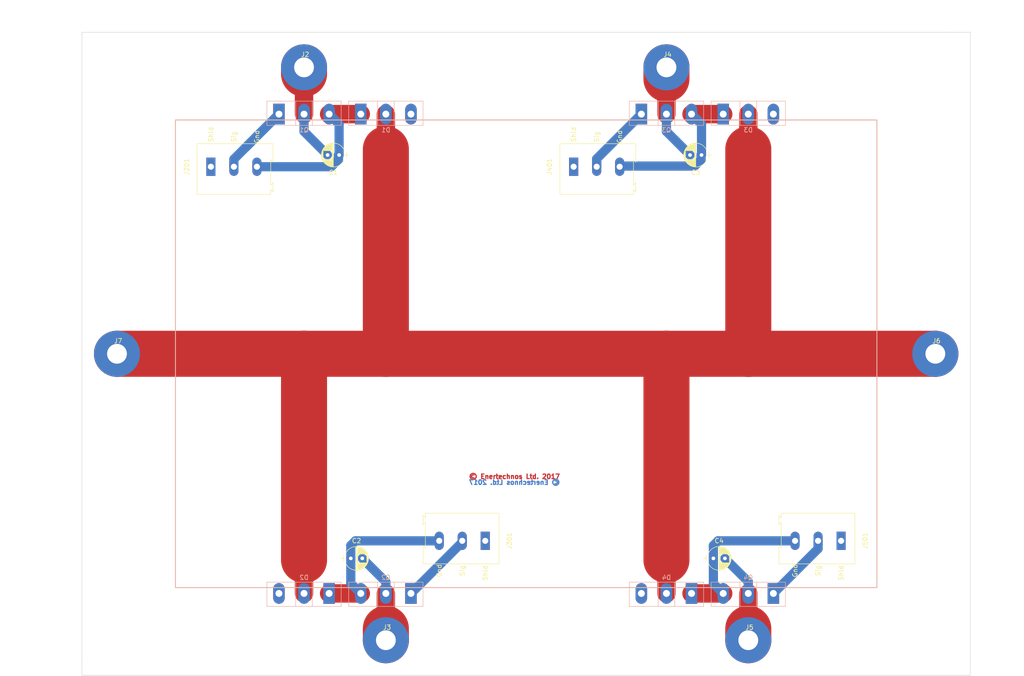
<source format=kicad_pcb>
(kicad_pcb (version 4) (host pcbnew 4.0.7)

  (general
    (links 29)
    (no_connects 0)
    (area 27.889999 20.269999 221.030001 160.070001)
    (thickness 1.6)
    (drawings 55)
    (tracks 69)
    (zones 0)
    (modules 22)
    (nets 14)
  )

  (page A4)
  (title_block
    (title "Power Module (Power Board)")
    (date 2018-01-04)
    (rev "Release 0.1")
    (company "Enertechnos Ltd.")
    (comment 1 "APPROVED for Prototype")
  )

  (layers
    (0 F.Cu mixed)
    (31 B.Cu power)
    (32 B.Adhes user hide)
    (33 F.Adhes user hide)
    (34 B.Paste user hide)
    (35 F.Paste user hide)
    (36 B.SilkS user)
    (37 F.SilkS user)
    (38 B.Mask user)
    (39 F.Mask user)
    (40 Dwgs.User user)
    (41 Cmts.User user hide)
    (42 Eco1.User user hide)
    (43 Eco2.User user hide)
    (44 Edge.Cuts user)
    (45 Margin user hide)
    (46 B.CrtYd user)
    (47 F.CrtYd user)
    (48 B.Fab user hide)
    (49 F.Fab user hide)
  )

  (setup
    (last_trace_width 2)
    (trace_clearance 0.4)
    (zone_clearance 0.508)
    (zone_45_only no)
    (trace_min 0.2)
    (segment_width 0.2)
    (edge_width 0.1)
    (via_size 1.5)
    (via_drill 1)
    (via_min_size 0.4)
    (via_min_drill 0.3)
    (uvia_size 1)
    (uvia_drill 0.5)
    (uvias_allowed no)
    (uvia_min_size 0.2)
    (uvia_min_drill 0.1)
    (pcb_text_width 0.3)
    (pcb_text_size 1.5 1.5)
    (mod_edge_width 0.15)
    (mod_text_size 1 1)
    (mod_text_width 0.15)
    (pad_size 1.5 1.5)
    (pad_drill 0.6)
    (pad_to_mask_clearance 0)
    (aux_axis_origin 27.94 160.02)
    (visible_elements 7FFFEFFF)
    (pcbplotparams
      (layerselection 0x010f0_80000001)
      (usegerberextensions false)
      (excludeedgelayer true)
      (linewidth 0.100000)
      (plotframeref false)
      (viasonmask false)
      (mode 1)
      (useauxorigin true)
      (hpglpennumber 1)
      (hpglpenspeed 20)
      (hpglpendiameter 15)
      (hpglpenoverlay 2)
      (psnegative false)
      (psa4output false)
      (plotreference true)
      (plotvalue true)
      (plotinvisibletext false)
      (padsonsilk false)
      (subtractmaskfromsilk false)
      (outputformat 1)
      (mirror false)
      (drillshape 0)
      (scaleselection 1)
      (outputdirectory Plot/))
  )

  (net 0 "")
  (net 1 GND_ISO_1)
  (net 2 "Net-(C1-Pad2)")
  (net 3 GND_ISO_2)
  (net 4 "Net-(C2-Pad2)")
  (net 5 GND_ISO_3)
  (net 6 "Net-(C3-Pad2)")
  (net 7 GND_ISO_4)
  (net 8 "Net-(C4-Pad2)")
  (net 9 "/SinglePowerSwitch 1/PWR_OUT")
  (net 10 DRV_GATE_1)
  (net 11 DRV_GATE_2)
  (net 12 DRV_GATE_3)
  (net 13 DRV_GATE_4)

  (net_class Default "This is the default net class."
    (clearance 0.4)
    (trace_width 2)
    (via_dia 1.5)
    (via_drill 1)
    (uvia_dia 1)
    (uvia_drill 0.5)
    (add_net "/SinglePowerSwitch 1/PWR_OUT")
    (add_net DRV_GATE_1)
    (add_net DRV_GATE_2)
    (add_net DRV_GATE_3)
    (add_net DRV_GATE_4)
    (add_net GND_ISO_1)
    (add_net GND_ISO_2)
    (add_net GND_ISO_3)
    (add_net GND_ISO_4)
    (add_net "Net-(C1-Pad2)")
    (add_net "Net-(C2-Pad2)")
    (add_net "Net-(C3-Pad2)")
    (add_net "Net-(C4-Pad2)")
  )

  (module PartsLibraries:CP_Radial_D5.0mm_P2.50mm (layer F.Cu) (tedit 597BC7C2) (tstamp 59AF07A7)
    (at 86.36 134.62)
    (descr "CP, Radial series, Radial, pin pitch=2.50mm, , diameter=5mm, Electrolytic Capacitor")
    (tags "CP Radial series Radial pin pitch 2.50mm  diameter 5mm Electrolytic Capacitor")
    (path /59AEEDCB/59AEE01D)
    (fp_text reference C2 (at 1.25 -3.81) (layer F.SilkS)
      (effects (font (size 1 1) (thickness 0.15)))
    )
    (fp_text value C (at 1.25 3.81) (layer F.Fab)
      (effects (font (size 1 1) (thickness 0.15)))
    )
    (fp_arc (start 1.25 0) (end -1.05558 -1.18) (angle 125.8) (layer F.SilkS) (width 0.12))
    (fp_arc (start 1.25 0) (end -1.05558 1.18) (angle -125.8) (layer F.SilkS) (width 0.12))
    (fp_arc (start 1.25 0) (end 3.55558 -1.18) (angle 54.2) (layer F.SilkS) (width 0.12))
    (fp_circle (center 1.25 0) (end 3.75 0) (layer F.Fab) (width 0.1))
    (fp_line (start -2.2 0) (end -1 0) (layer F.Fab) (width 0.1))
    (fp_line (start -1.6 -0.65) (end -1.6 0.65) (layer F.Fab) (width 0.1))
    (fp_line (start 1.25 -2.55) (end 1.25 2.55) (layer F.SilkS) (width 0.12))
    (fp_line (start 1.29 -2.55) (end 1.29 2.55) (layer F.SilkS) (width 0.12))
    (fp_line (start 1.33 -2.549) (end 1.33 2.549) (layer F.SilkS) (width 0.12))
    (fp_line (start 1.37 -2.548) (end 1.37 2.548) (layer F.SilkS) (width 0.12))
    (fp_line (start 1.41 -2.546) (end 1.41 2.546) (layer F.SilkS) (width 0.12))
    (fp_line (start 1.45 -2.543) (end 1.45 2.543) (layer F.SilkS) (width 0.12))
    (fp_line (start 1.49 -2.539) (end 1.49 2.539) (layer F.SilkS) (width 0.12))
    (fp_line (start 1.53 -2.535) (end 1.53 -0.98) (layer F.SilkS) (width 0.12))
    (fp_line (start 1.53 0.98) (end 1.53 2.535) (layer F.SilkS) (width 0.12))
    (fp_line (start 1.57 -2.531) (end 1.57 -0.98) (layer F.SilkS) (width 0.12))
    (fp_line (start 1.57 0.98) (end 1.57 2.531) (layer F.SilkS) (width 0.12))
    (fp_line (start 1.61 -2.525) (end 1.61 -0.98) (layer F.SilkS) (width 0.12))
    (fp_line (start 1.61 0.98) (end 1.61 2.525) (layer F.SilkS) (width 0.12))
    (fp_line (start 1.65 -2.519) (end 1.65 -0.98) (layer F.SilkS) (width 0.12))
    (fp_line (start 1.65 0.98) (end 1.65 2.519) (layer F.SilkS) (width 0.12))
    (fp_line (start 1.69 -2.513) (end 1.69 -0.98) (layer F.SilkS) (width 0.12))
    (fp_line (start 1.69 0.98) (end 1.69 2.513) (layer F.SilkS) (width 0.12))
    (fp_line (start 1.73 -2.506) (end 1.73 -0.98) (layer F.SilkS) (width 0.12))
    (fp_line (start 1.73 0.98) (end 1.73 2.506) (layer F.SilkS) (width 0.12))
    (fp_line (start 1.77 -2.498) (end 1.77 -0.98) (layer F.SilkS) (width 0.12))
    (fp_line (start 1.77 0.98) (end 1.77 2.498) (layer F.SilkS) (width 0.12))
    (fp_line (start 1.81 -2.489) (end 1.81 -0.98) (layer F.SilkS) (width 0.12))
    (fp_line (start 1.81 0.98) (end 1.81 2.489) (layer F.SilkS) (width 0.12))
    (fp_line (start 1.85 -2.48) (end 1.85 -0.98) (layer F.SilkS) (width 0.12))
    (fp_line (start 1.85 0.98) (end 1.85 2.48) (layer F.SilkS) (width 0.12))
    (fp_line (start 1.89 -2.47) (end 1.89 -0.98) (layer F.SilkS) (width 0.12))
    (fp_line (start 1.89 0.98) (end 1.89 2.47) (layer F.SilkS) (width 0.12))
    (fp_line (start 1.93 -2.46) (end 1.93 -0.98) (layer F.SilkS) (width 0.12))
    (fp_line (start 1.93 0.98) (end 1.93 2.46) (layer F.SilkS) (width 0.12))
    (fp_line (start 1.971 -2.448) (end 1.971 -0.98) (layer F.SilkS) (width 0.12))
    (fp_line (start 1.971 0.98) (end 1.971 2.448) (layer F.SilkS) (width 0.12))
    (fp_line (start 2.011 -2.436) (end 2.011 -0.98) (layer F.SilkS) (width 0.12))
    (fp_line (start 2.011 0.98) (end 2.011 2.436) (layer F.SilkS) (width 0.12))
    (fp_line (start 2.051 -2.424) (end 2.051 -0.98) (layer F.SilkS) (width 0.12))
    (fp_line (start 2.051 0.98) (end 2.051 2.424) (layer F.SilkS) (width 0.12))
    (fp_line (start 2.091 -2.41) (end 2.091 -0.98) (layer F.SilkS) (width 0.12))
    (fp_line (start 2.091 0.98) (end 2.091 2.41) (layer F.SilkS) (width 0.12))
    (fp_line (start 2.131 -2.396) (end 2.131 -0.98) (layer F.SilkS) (width 0.12))
    (fp_line (start 2.131 0.98) (end 2.131 2.396) (layer F.SilkS) (width 0.12))
    (fp_line (start 2.171 -2.382) (end 2.171 -0.98) (layer F.SilkS) (width 0.12))
    (fp_line (start 2.171 0.98) (end 2.171 2.382) (layer F.SilkS) (width 0.12))
    (fp_line (start 2.211 -2.366) (end 2.211 -0.98) (layer F.SilkS) (width 0.12))
    (fp_line (start 2.211 0.98) (end 2.211 2.366) (layer F.SilkS) (width 0.12))
    (fp_line (start 2.251 -2.35) (end 2.251 -0.98) (layer F.SilkS) (width 0.12))
    (fp_line (start 2.251 0.98) (end 2.251 2.35) (layer F.SilkS) (width 0.12))
    (fp_line (start 2.291 -2.333) (end 2.291 -0.98) (layer F.SilkS) (width 0.12))
    (fp_line (start 2.291 0.98) (end 2.291 2.333) (layer F.SilkS) (width 0.12))
    (fp_line (start 2.331 -2.315) (end 2.331 -0.98) (layer F.SilkS) (width 0.12))
    (fp_line (start 2.331 0.98) (end 2.331 2.315) (layer F.SilkS) (width 0.12))
    (fp_line (start 2.371 -2.296) (end 2.371 -0.98) (layer F.SilkS) (width 0.12))
    (fp_line (start 2.371 0.98) (end 2.371 2.296) (layer F.SilkS) (width 0.12))
    (fp_line (start 2.411 -2.276) (end 2.411 -0.98) (layer F.SilkS) (width 0.12))
    (fp_line (start 2.411 0.98) (end 2.411 2.276) (layer F.SilkS) (width 0.12))
    (fp_line (start 2.451 -2.256) (end 2.451 -0.98) (layer F.SilkS) (width 0.12))
    (fp_line (start 2.451 0.98) (end 2.451 2.256) (layer F.SilkS) (width 0.12))
    (fp_line (start 2.491 -2.234) (end 2.491 -0.98) (layer F.SilkS) (width 0.12))
    (fp_line (start 2.491 0.98) (end 2.491 2.234) (layer F.SilkS) (width 0.12))
    (fp_line (start 2.531 -2.212) (end 2.531 -0.98) (layer F.SilkS) (width 0.12))
    (fp_line (start 2.531 0.98) (end 2.531 2.212) (layer F.SilkS) (width 0.12))
    (fp_line (start 2.571 -2.189) (end 2.571 -0.98) (layer F.SilkS) (width 0.12))
    (fp_line (start 2.571 0.98) (end 2.571 2.189) (layer F.SilkS) (width 0.12))
    (fp_line (start 2.611 -2.165) (end 2.611 -0.98) (layer F.SilkS) (width 0.12))
    (fp_line (start 2.611 0.98) (end 2.611 2.165) (layer F.SilkS) (width 0.12))
    (fp_line (start 2.651 -2.14) (end 2.651 -0.98) (layer F.SilkS) (width 0.12))
    (fp_line (start 2.651 0.98) (end 2.651 2.14) (layer F.SilkS) (width 0.12))
    (fp_line (start 2.691 -2.113) (end 2.691 -0.98) (layer F.SilkS) (width 0.12))
    (fp_line (start 2.691 0.98) (end 2.691 2.113) (layer F.SilkS) (width 0.12))
    (fp_line (start 2.731 -2.086) (end 2.731 -0.98) (layer F.SilkS) (width 0.12))
    (fp_line (start 2.731 0.98) (end 2.731 2.086) (layer F.SilkS) (width 0.12))
    (fp_line (start 2.771 -2.058) (end 2.771 -0.98) (layer F.SilkS) (width 0.12))
    (fp_line (start 2.771 0.98) (end 2.771 2.058) (layer F.SilkS) (width 0.12))
    (fp_line (start 2.811 -2.028) (end 2.811 -0.98) (layer F.SilkS) (width 0.12))
    (fp_line (start 2.811 0.98) (end 2.811 2.028) (layer F.SilkS) (width 0.12))
    (fp_line (start 2.851 -1.997) (end 2.851 -0.98) (layer F.SilkS) (width 0.12))
    (fp_line (start 2.851 0.98) (end 2.851 1.997) (layer F.SilkS) (width 0.12))
    (fp_line (start 2.891 -1.965) (end 2.891 -0.98) (layer F.SilkS) (width 0.12))
    (fp_line (start 2.891 0.98) (end 2.891 1.965) (layer F.SilkS) (width 0.12))
    (fp_line (start 2.931 -1.932) (end 2.931 -0.98) (layer F.SilkS) (width 0.12))
    (fp_line (start 2.931 0.98) (end 2.931 1.932) (layer F.SilkS) (width 0.12))
    (fp_line (start 2.971 -1.897) (end 2.971 -0.98) (layer F.SilkS) (width 0.12))
    (fp_line (start 2.971 0.98) (end 2.971 1.897) (layer F.SilkS) (width 0.12))
    (fp_line (start 3.011 -1.861) (end 3.011 -0.98) (layer F.SilkS) (width 0.12))
    (fp_line (start 3.011 0.98) (end 3.011 1.861) (layer F.SilkS) (width 0.12))
    (fp_line (start 3.051 -1.823) (end 3.051 -0.98) (layer F.SilkS) (width 0.12))
    (fp_line (start 3.051 0.98) (end 3.051 1.823) (layer F.SilkS) (width 0.12))
    (fp_line (start 3.091 -1.783) (end 3.091 -0.98) (layer F.SilkS) (width 0.12))
    (fp_line (start 3.091 0.98) (end 3.091 1.783) (layer F.SilkS) (width 0.12))
    (fp_line (start 3.131 -1.742) (end 3.131 -0.98) (layer F.SilkS) (width 0.12))
    (fp_line (start 3.131 0.98) (end 3.131 1.742) (layer F.SilkS) (width 0.12))
    (fp_line (start 3.171 -1.699) (end 3.171 -0.98) (layer F.SilkS) (width 0.12))
    (fp_line (start 3.171 0.98) (end 3.171 1.699) (layer F.SilkS) (width 0.12))
    (fp_line (start 3.211 -1.654) (end 3.211 -0.98) (layer F.SilkS) (width 0.12))
    (fp_line (start 3.211 0.98) (end 3.211 1.654) (layer F.SilkS) (width 0.12))
    (fp_line (start 3.251 -1.606) (end 3.251 -0.98) (layer F.SilkS) (width 0.12))
    (fp_line (start 3.251 0.98) (end 3.251 1.606) (layer F.SilkS) (width 0.12))
    (fp_line (start 3.291 -1.556) (end 3.291 -0.98) (layer F.SilkS) (width 0.12))
    (fp_line (start 3.291 0.98) (end 3.291 1.556) (layer F.SilkS) (width 0.12))
    (fp_line (start 3.331 -1.504) (end 3.331 -0.98) (layer F.SilkS) (width 0.12))
    (fp_line (start 3.331 0.98) (end 3.331 1.504) (layer F.SilkS) (width 0.12))
    (fp_line (start 3.371 -1.448) (end 3.371 -0.98) (layer F.SilkS) (width 0.12))
    (fp_line (start 3.371 0.98) (end 3.371 1.448) (layer F.SilkS) (width 0.12))
    (fp_line (start 3.411 -1.39) (end 3.411 -0.98) (layer F.SilkS) (width 0.12))
    (fp_line (start 3.411 0.98) (end 3.411 1.39) (layer F.SilkS) (width 0.12))
    (fp_line (start 3.451 -1.327) (end 3.451 -0.98) (layer F.SilkS) (width 0.12))
    (fp_line (start 3.451 0.98) (end 3.451 1.327) (layer F.SilkS) (width 0.12))
    (fp_line (start 3.491 -1.261) (end 3.491 1.261) (layer F.SilkS) (width 0.12))
    (fp_line (start 3.531 -1.189) (end 3.531 1.189) (layer F.SilkS) (width 0.12))
    (fp_line (start 3.571 -1.112) (end 3.571 1.112) (layer F.SilkS) (width 0.12))
    (fp_line (start 3.611 -1.028) (end 3.611 1.028) (layer F.SilkS) (width 0.12))
    (fp_line (start 3.651 -0.934) (end 3.651 0.934) (layer F.SilkS) (width 0.12))
    (fp_line (start 3.691 -0.829) (end 3.691 0.829) (layer F.SilkS) (width 0.12))
    (fp_line (start 3.731 -0.707) (end 3.731 0.707) (layer F.SilkS) (width 0.12))
    (fp_line (start 3.771 -0.559) (end 3.771 0.559) (layer F.SilkS) (width 0.12))
    (fp_line (start 3.811 -0.354) (end 3.811 0.354) (layer F.SilkS) (width 0.12))
    (fp_line (start -2.2 0) (end -1 0) (layer F.SilkS) (width 0.12))
    (fp_line (start -1.6 -0.65) (end -1.6 0.65) (layer F.SilkS) (width 0.12))
    (fp_line (start -1.6 -2.85) (end -1.6 2.85) (layer F.CrtYd) (width 0.05))
    (fp_line (start -1.6 2.85) (end 4.1 2.85) (layer F.CrtYd) (width 0.05))
    (fp_line (start 4.1 2.85) (end 4.1 -2.85) (layer F.CrtYd) (width 0.05))
    (fp_line (start 4.1 -2.85) (end -1.6 -2.85) (layer F.CrtYd) (width 0.05))
    (fp_text user %R (at 1.25 0) (layer F.Fab)
      (effects (font (size 1 1) (thickness 0.15)))
    )
    (pad 1 thru_hole rect (at 0 0) (size 1.6 1.6) (drill 0.8) (layers *.Cu *.Mask)
      (net 3 GND_ISO_2))
    (pad 2 thru_hole circle (at 2.5 0) (size 1.6 1.6) (drill 0.8) (layers *.Cu *.Mask)
      (net 4 "Net-(C2-Pad2)"))
    (model ${KISYS3DMOD}/Capacitors_THT.3dshapes/CP_Radial_D5.0mm_P2.50mm.wrl
      (at (xyz 0 0 0))
      (scale (xyz 1 1 1))
      (rotate (xyz 0 0 0))
    )
  )

  (module PartsLibraries:CP_Radial_D5.0mm_P2.50mm (layer F.Cu) (tedit 597BC7C2) (tstamp 59AF0722)
    (at 83.82 46.99 180)
    (descr "CP, Radial series, Radial, pin pitch=2.50mm, , diameter=5mm, Electrolytic Capacitor")
    (tags "CP Radial series Radial pin pitch 2.50mm  diameter 5mm Electrolytic Capacitor")
    (path /59AEDD49/59AEE01D)
    (fp_text reference C1 (at 1.25 -3.81 180) (layer F.SilkS)
      (effects (font (size 1 1) (thickness 0.15)))
    )
    (fp_text value C (at 1.25 3.81 180) (layer F.Fab)
      (effects (font (size 1 1) (thickness 0.15)))
    )
    (fp_arc (start 1.25 0) (end -1.05558 -1.18) (angle 125.8) (layer F.SilkS) (width 0.12))
    (fp_arc (start 1.25 0) (end -1.05558 1.18) (angle -125.8) (layer F.SilkS) (width 0.12))
    (fp_arc (start 1.25 0) (end 3.55558 -1.18) (angle 54.2) (layer F.SilkS) (width 0.12))
    (fp_circle (center 1.25 0) (end 3.75 0) (layer F.Fab) (width 0.1))
    (fp_line (start -2.2 0) (end -1 0) (layer F.Fab) (width 0.1))
    (fp_line (start -1.6 -0.65) (end -1.6 0.65) (layer F.Fab) (width 0.1))
    (fp_line (start 1.25 -2.55) (end 1.25 2.55) (layer F.SilkS) (width 0.12))
    (fp_line (start 1.29 -2.55) (end 1.29 2.55) (layer F.SilkS) (width 0.12))
    (fp_line (start 1.33 -2.549) (end 1.33 2.549) (layer F.SilkS) (width 0.12))
    (fp_line (start 1.37 -2.548) (end 1.37 2.548) (layer F.SilkS) (width 0.12))
    (fp_line (start 1.41 -2.546) (end 1.41 2.546) (layer F.SilkS) (width 0.12))
    (fp_line (start 1.45 -2.543) (end 1.45 2.543) (layer F.SilkS) (width 0.12))
    (fp_line (start 1.49 -2.539) (end 1.49 2.539) (layer F.SilkS) (width 0.12))
    (fp_line (start 1.53 -2.535) (end 1.53 -0.98) (layer F.SilkS) (width 0.12))
    (fp_line (start 1.53 0.98) (end 1.53 2.535) (layer F.SilkS) (width 0.12))
    (fp_line (start 1.57 -2.531) (end 1.57 -0.98) (layer F.SilkS) (width 0.12))
    (fp_line (start 1.57 0.98) (end 1.57 2.531) (layer F.SilkS) (width 0.12))
    (fp_line (start 1.61 -2.525) (end 1.61 -0.98) (layer F.SilkS) (width 0.12))
    (fp_line (start 1.61 0.98) (end 1.61 2.525) (layer F.SilkS) (width 0.12))
    (fp_line (start 1.65 -2.519) (end 1.65 -0.98) (layer F.SilkS) (width 0.12))
    (fp_line (start 1.65 0.98) (end 1.65 2.519) (layer F.SilkS) (width 0.12))
    (fp_line (start 1.69 -2.513) (end 1.69 -0.98) (layer F.SilkS) (width 0.12))
    (fp_line (start 1.69 0.98) (end 1.69 2.513) (layer F.SilkS) (width 0.12))
    (fp_line (start 1.73 -2.506) (end 1.73 -0.98) (layer F.SilkS) (width 0.12))
    (fp_line (start 1.73 0.98) (end 1.73 2.506) (layer F.SilkS) (width 0.12))
    (fp_line (start 1.77 -2.498) (end 1.77 -0.98) (layer F.SilkS) (width 0.12))
    (fp_line (start 1.77 0.98) (end 1.77 2.498) (layer F.SilkS) (width 0.12))
    (fp_line (start 1.81 -2.489) (end 1.81 -0.98) (layer F.SilkS) (width 0.12))
    (fp_line (start 1.81 0.98) (end 1.81 2.489) (layer F.SilkS) (width 0.12))
    (fp_line (start 1.85 -2.48) (end 1.85 -0.98) (layer F.SilkS) (width 0.12))
    (fp_line (start 1.85 0.98) (end 1.85 2.48) (layer F.SilkS) (width 0.12))
    (fp_line (start 1.89 -2.47) (end 1.89 -0.98) (layer F.SilkS) (width 0.12))
    (fp_line (start 1.89 0.98) (end 1.89 2.47) (layer F.SilkS) (width 0.12))
    (fp_line (start 1.93 -2.46) (end 1.93 -0.98) (layer F.SilkS) (width 0.12))
    (fp_line (start 1.93 0.98) (end 1.93 2.46) (layer F.SilkS) (width 0.12))
    (fp_line (start 1.971 -2.448) (end 1.971 -0.98) (layer F.SilkS) (width 0.12))
    (fp_line (start 1.971 0.98) (end 1.971 2.448) (layer F.SilkS) (width 0.12))
    (fp_line (start 2.011 -2.436) (end 2.011 -0.98) (layer F.SilkS) (width 0.12))
    (fp_line (start 2.011 0.98) (end 2.011 2.436) (layer F.SilkS) (width 0.12))
    (fp_line (start 2.051 -2.424) (end 2.051 -0.98) (layer F.SilkS) (width 0.12))
    (fp_line (start 2.051 0.98) (end 2.051 2.424) (layer F.SilkS) (width 0.12))
    (fp_line (start 2.091 -2.41) (end 2.091 -0.98) (layer F.SilkS) (width 0.12))
    (fp_line (start 2.091 0.98) (end 2.091 2.41) (layer F.SilkS) (width 0.12))
    (fp_line (start 2.131 -2.396) (end 2.131 -0.98) (layer F.SilkS) (width 0.12))
    (fp_line (start 2.131 0.98) (end 2.131 2.396) (layer F.SilkS) (width 0.12))
    (fp_line (start 2.171 -2.382) (end 2.171 -0.98) (layer F.SilkS) (width 0.12))
    (fp_line (start 2.171 0.98) (end 2.171 2.382) (layer F.SilkS) (width 0.12))
    (fp_line (start 2.211 -2.366) (end 2.211 -0.98) (layer F.SilkS) (width 0.12))
    (fp_line (start 2.211 0.98) (end 2.211 2.366) (layer F.SilkS) (width 0.12))
    (fp_line (start 2.251 -2.35) (end 2.251 -0.98) (layer F.SilkS) (width 0.12))
    (fp_line (start 2.251 0.98) (end 2.251 2.35) (layer F.SilkS) (width 0.12))
    (fp_line (start 2.291 -2.333) (end 2.291 -0.98) (layer F.SilkS) (width 0.12))
    (fp_line (start 2.291 0.98) (end 2.291 2.333) (layer F.SilkS) (width 0.12))
    (fp_line (start 2.331 -2.315) (end 2.331 -0.98) (layer F.SilkS) (width 0.12))
    (fp_line (start 2.331 0.98) (end 2.331 2.315) (layer F.SilkS) (width 0.12))
    (fp_line (start 2.371 -2.296) (end 2.371 -0.98) (layer F.SilkS) (width 0.12))
    (fp_line (start 2.371 0.98) (end 2.371 2.296) (layer F.SilkS) (width 0.12))
    (fp_line (start 2.411 -2.276) (end 2.411 -0.98) (layer F.SilkS) (width 0.12))
    (fp_line (start 2.411 0.98) (end 2.411 2.276) (layer F.SilkS) (width 0.12))
    (fp_line (start 2.451 -2.256) (end 2.451 -0.98) (layer F.SilkS) (width 0.12))
    (fp_line (start 2.451 0.98) (end 2.451 2.256) (layer F.SilkS) (width 0.12))
    (fp_line (start 2.491 -2.234) (end 2.491 -0.98) (layer F.SilkS) (width 0.12))
    (fp_line (start 2.491 0.98) (end 2.491 2.234) (layer F.SilkS) (width 0.12))
    (fp_line (start 2.531 -2.212) (end 2.531 -0.98) (layer F.SilkS) (width 0.12))
    (fp_line (start 2.531 0.98) (end 2.531 2.212) (layer F.SilkS) (width 0.12))
    (fp_line (start 2.571 -2.189) (end 2.571 -0.98) (layer F.SilkS) (width 0.12))
    (fp_line (start 2.571 0.98) (end 2.571 2.189) (layer F.SilkS) (width 0.12))
    (fp_line (start 2.611 -2.165) (end 2.611 -0.98) (layer F.SilkS) (width 0.12))
    (fp_line (start 2.611 0.98) (end 2.611 2.165) (layer F.SilkS) (width 0.12))
    (fp_line (start 2.651 -2.14) (end 2.651 -0.98) (layer F.SilkS) (width 0.12))
    (fp_line (start 2.651 0.98) (end 2.651 2.14) (layer F.SilkS) (width 0.12))
    (fp_line (start 2.691 -2.113) (end 2.691 -0.98) (layer F.SilkS) (width 0.12))
    (fp_line (start 2.691 0.98) (end 2.691 2.113) (layer F.SilkS) (width 0.12))
    (fp_line (start 2.731 -2.086) (end 2.731 -0.98) (layer F.SilkS) (width 0.12))
    (fp_line (start 2.731 0.98) (end 2.731 2.086) (layer F.SilkS) (width 0.12))
    (fp_line (start 2.771 -2.058) (end 2.771 -0.98) (layer F.SilkS) (width 0.12))
    (fp_line (start 2.771 0.98) (end 2.771 2.058) (layer F.SilkS) (width 0.12))
    (fp_line (start 2.811 -2.028) (end 2.811 -0.98) (layer F.SilkS) (width 0.12))
    (fp_line (start 2.811 0.98) (end 2.811 2.028) (layer F.SilkS) (width 0.12))
    (fp_line (start 2.851 -1.997) (end 2.851 -0.98) (layer F.SilkS) (width 0.12))
    (fp_line (start 2.851 0.98) (end 2.851 1.997) (layer F.SilkS) (width 0.12))
    (fp_line (start 2.891 -1.965) (end 2.891 -0.98) (layer F.SilkS) (width 0.12))
    (fp_line (start 2.891 0.98) (end 2.891 1.965) (layer F.SilkS) (width 0.12))
    (fp_line (start 2.931 -1.932) (end 2.931 -0.98) (layer F.SilkS) (width 0.12))
    (fp_line (start 2.931 0.98) (end 2.931 1.932) (layer F.SilkS) (width 0.12))
    (fp_line (start 2.971 -1.897) (end 2.971 -0.98) (layer F.SilkS) (width 0.12))
    (fp_line (start 2.971 0.98) (end 2.971 1.897) (layer F.SilkS) (width 0.12))
    (fp_line (start 3.011 -1.861) (end 3.011 -0.98) (layer F.SilkS) (width 0.12))
    (fp_line (start 3.011 0.98) (end 3.011 1.861) (layer F.SilkS) (width 0.12))
    (fp_line (start 3.051 -1.823) (end 3.051 -0.98) (layer F.SilkS) (width 0.12))
    (fp_line (start 3.051 0.98) (end 3.051 1.823) (layer F.SilkS) (width 0.12))
    (fp_line (start 3.091 -1.783) (end 3.091 -0.98) (layer F.SilkS) (width 0.12))
    (fp_line (start 3.091 0.98) (end 3.091 1.783) (layer F.SilkS) (width 0.12))
    (fp_line (start 3.131 -1.742) (end 3.131 -0.98) (layer F.SilkS) (width 0.12))
    (fp_line (start 3.131 0.98) (end 3.131 1.742) (layer F.SilkS) (width 0.12))
    (fp_line (start 3.171 -1.699) (end 3.171 -0.98) (layer F.SilkS) (width 0.12))
    (fp_line (start 3.171 0.98) (end 3.171 1.699) (layer F.SilkS) (width 0.12))
    (fp_line (start 3.211 -1.654) (end 3.211 -0.98) (layer F.SilkS) (width 0.12))
    (fp_line (start 3.211 0.98) (end 3.211 1.654) (layer F.SilkS) (width 0.12))
    (fp_line (start 3.251 -1.606) (end 3.251 -0.98) (layer F.SilkS) (width 0.12))
    (fp_line (start 3.251 0.98) (end 3.251 1.606) (layer F.SilkS) (width 0.12))
    (fp_line (start 3.291 -1.556) (end 3.291 -0.98) (layer F.SilkS) (width 0.12))
    (fp_line (start 3.291 0.98) (end 3.291 1.556) (layer F.SilkS) (width 0.12))
    (fp_line (start 3.331 -1.504) (end 3.331 -0.98) (layer F.SilkS) (width 0.12))
    (fp_line (start 3.331 0.98) (end 3.331 1.504) (layer F.SilkS) (width 0.12))
    (fp_line (start 3.371 -1.448) (end 3.371 -0.98) (layer F.SilkS) (width 0.12))
    (fp_line (start 3.371 0.98) (end 3.371 1.448) (layer F.SilkS) (width 0.12))
    (fp_line (start 3.411 -1.39) (end 3.411 -0.98) (layer F.SilkS) (width 0.12))
    (fp_line (start 3.411 0.98) (end 3.411 1.39) (layer F.SilkS) (width 0.12))
    (fp_line (start 3.451 -1.327) (end 3.451 -0.98) (layer F.SilkS) (width 0.12))
    (fp_line (start 3.451 0.98) (end 3.451 1.327) (layer F.SilkS) (width 0.12))
    (fp_line (start 3.491 -1.261) (end 3.491 1.261) (layer F.SilkS) (width 0.12))
    (fp_line (start 3.531 -1.189) (end 3.531 1.189) (layer F.SilkS) (width 0.12))
    (fp_line (start 3.571 -1.112) (end 3.571 1.112) (layer F.SilkS) (width 0.12))
    (fp_line (start 3.611 -1.028) (end 3.611 1.028) (layer F.SilkS) (width 0.12))
    (fp_line (start 3.651 -0.934) (end 3.651 0.934) (layer F.SilkS) (width 0.12))
    (fp_line (start 3.691 -0.829) (end 3.691 0.829) (layer F.SilkS) (width 0.12))
    (fp_line (start 3.731 -0.707) (end 3.731 0.707) (layer F.SilkS) (width 0.12))
    (fp_line (start 3.771 -0.559) (end 3.771 0.559) (layer F.SilkS) (width 0.12))
    (fp_line (start 3.811 -0.354) (end 3.811 0.354) (layer F.SilkS) (width 0.12))
    (fp_line (start -2.2 0) (end -1 0) (layer F.SilkS) (width 0.12))
    (fp_line (start -1.6 -0.65) (end -1.6 0.65) (layer F.SilkS) (width 0.12))
    (fp_line (start -1.6 -2.85) (end -1.6 2.85) (layer F.CrtYd) (width 0.05))
    (fp_line (start -1.6 2.85) (end 4.1 2.85) (layer F.CrtYd) (width 0.05))
    (fp_line (start 4.1 2.85) (end 4.1 -2.85) (layer F.CrtYd) (width 0.05))
    (fp_line (start 4.1 -2.85) (end -1.6 -2.85) (layer F.CrtYd) (width 0.05))
    (fp_text user %R (at 1.25 0 180) (layer F.Fab)
      (effects (font (size 1 1) (thickness 0.15)))
    )
    (pad 1 thru_hole rect (at 0 0 180) (size 1.6 1.6) (drill 0.8) (layers *.Cu *.Mask)
      (net 1 GND_ISO_1))
    (pad 2 thru_hole circle (at 2.5 0 180) (size 1.6 1.6) (drill 0.8) (layers *.Cu *.Mask)
      (net 2 "Net-(C1-Pad2)"))
    (model ${KISYS3DMOD}/Capacitors_THT.3dshapes/CP_Radial_D5.0mm_P2.50mm.wrl
      (at (xyz 0 0 0))
      (scale (xyz 1 1 1))
      (rotate (xyz 0 0 0))
    )
  )

  (module PartsLibraries:CP_Radial_D5.0mm_P2.50mm (layer F.Cu) (tedit 597BC7C2) (tstamp 59AF082C)
    (at 162.56 46.99 180)
    (descr "CP, Radial series, Radial, pin pitch=2.50mm, , diameter=5mm, Electrolytic Capacitor")
    (tags "CP Radial series Radial pin pitch 2.50mm  diameter 5mm Electrolytic Capacitor")
    (path /59AEEFC6/59AEE01D)
    (fp_text reference C3 (at 1.25 -3.81 180) (layer F.SilkS)
      (effects (font (size 1 1) (thickness 0.15)))
    )
    (fp_text value C (at 1.25 3.81 180) (layer F.Fab)
      (effects (font (size 1 1) (thickness 0.15)))
    )
    (fp_arc (start 1.25 0) (end -1.05558 -1.18) (angle 125.8) (layer F.SilkS) (width 0.12))
    (fp_arc (start 1.25 0) (end -1.05558 1.18) (angle -125.8) (layer F.SilkS) (width 0.12))
    (fp_arc (start 1.25 0) (end 3.55558 -1.18) (angle 54.2) (layer F.SilkS) (width 0.12))
    (fp_circle (center 1.25 0) (end 3.75 0) (layer F.Fab) (width 0.1))
    (fp_line (start -2.2 0) (end -1 0) (layer F.Fab) (width 0.1))
    (fp_line (start -1.6 -0.65) (end -1.6 0.65) (layer F.Fab) (width 0.1))
    (fp_line (start 1.25 -2.55) (end 1.25 2.55) (layer F.SilkS) (width 0.12))
    (fp_line (start 1.29 -2.55) (end 1.29 2.55) (layer F.SilkS) (width 0.12))
    (fp_line (start 1.33 -2.549) (end 1.33 2.549) (layer F.SilkS) (width 0.12))
    (fp_line (start 1.37 -2.548) (end 1.37 2.548) (layer F.SilkS) (width 0.12))
    (fp_line (start 1.41 -2.546) (end 1.41 2.546) (layer F.SilkS) (width 0.12))
    (fp_line (start 1.45 -2.543) (end 1.45 2.543) (layer F.SilkS) (width 0.12))
    (fp_line (start 1.49 -2.539) (end 1.49 2.539) (layer F.SilkS) (width 0.12))
    (fp_line (start 1.53 -2.535) (end 1.53 -0.98) (layer F.SilkS) (width 0.12))
    (fp_line (start 1.53 0.98) (end 1.53 2.535) (layer F.SilkS) (width 0.12))
    (fp_line (start 1.57 -2.531) (end 1.57 -0.98) (layer F.SilkS) (width 0.12))
    (fp_line (start 1.57 0.98) (end 1.57 2.531) (layer F.SilkS) (width 0.12))
    (fp_line (start 1.61 -2.525) (end 1.61 -0.98) (layer F.SilkS) (width 0.12))
    (fp_line (start 1.61 0.98) (end 1.61 2.525) (layer F.SilkS) (width 0.12))
    (fp_line (start 1.65 -2.519) (end 1.65 -0.98) (layer F.SilkS) (width 0.12))
    (fp_line (start 1.65 0.98) (end 1.65 2.519) (layer F.SilkS) (width 0.12))
    (fp_line (start 1.69 -2.513) (end 1.69 -0.98) (layer F.SilkS) (width 0.12))
    (fp_line (start 1.69 0.98) (end 1.69 2.513) (layer F.SilkS) (width 0.12))
    (fp_line (start 1.73 -2.506) (end 1.73 -0.98) (layer F.SilkS) (width 0.12))
    (fp_line (start 1.73 0.98) (end 1.73 2.506) (layer F.SilkS) (width 0.12))
    (fp_line (start 1.77 -2.498) (end 1.77 -0.98) (layer F.SilkS) (width 0.12))
    (fp_line (start 1.77 0.98) (end 1.77 2.498) (layer F.SilkS) (width 0.12))
    (fp_line (start 1.81 -2.489) (end 1.81 -0.98) (layer F.SilkS) (width 0.12))
    (fp_line (start 1.81 0.98) (end 1.81 2.489) (layer F.SilkS) (width 0.12))
    (fp_line (start 1.85 -2.48) (end 1.85 -0.98) (layer F.SilkS) (width 0.12))
    (fp_line (start 1.85 0.98) (end 1.85 2.48) (layer F.SilkS) (width 0.12))
    (fp_line (start 1.89 -2.47) (end 1.89 -0.98) (layer F.SilkS) (width 0.12))
    (fp_line (start 1.89 0.98) (end 1.89 2.47) (layer F.SilkS) (width 0.12))
    (fp_line (start 1.93 -2.46) (end 1.93 -0.98) (layer F.SilkS) (width 0.12))
    (fp_line (start 1.93 0.98) (end 1.93 2.46) (layer F.SilkS) (width 0.12))
    (fp_line (start 1.971 -2.448) (end 1.971 -0.98) (layer F.SilkS) (width 0.12))
    (fp_line (start 1.971 0.98) (end 1.971 2.448) (layer F.SilkS) (width 0.12))
    (fp_line (start 2.011 -2.436) (end 2.011 -0.98) (layer F.SilkS) (width 0.12))
    (fp_line (start 2.011 0.98) (end 2.011 2.436) (layer F.SilkS) (width 0.12))
    (fp_line (start 2.051 -2.424) (end 2.051 -0.98) (layer F.SilkS) (width 0.12))
    (fp_line (start 2.051 0.98) (end 2.051 2.424) (layer F.SilkS) (width 0.12))
    (fp_line (start 2.091 -2.41) (end 2.091 -0.98) (layer F.SilkS) (width 0.12))
    (fp_line (start 2.091 0.98) (end 2.091 2.41) (layer F.SilkS) (width 0.12))
    (fp_line (start 2.131 -2.396) (end 2.131 -0.98) (layer F.SilkS) (width 0.12))
    (fp_line (start 2.131 0.98) (end 2.131 2.396) (layer F.SilkS) (width 0.12))
    (fp_line (start 2.171 -2.382) (end 2.171 -0.98) (layer F.SilkS) (width 0.12))
    (fp_line (start 2.171 0.98) (end 2.171 2.382) (layer F.SilkS) (width 0.12))
    (fp_line (start 2.211 -2.366) (end 2.211 -0.98) (layer F.SilkS) (width 0.12))
    (fp_line (start 2.211 0.98) (end 2.211 2.366) (layer F.SilkS) (width 0.12))
    (fp_line (start 2.251 -2.35) (end 2.251 -0.98) (layer F.SilkS) (width 0.12))
    (fp_line (start 2.251 0.98) (end 2.251 2.35) (layer F.SilkS) (width 0.12))
    (fp_line (start 2.291 -2.333) (end 2.291 -0.98) (layer F.SilkS) (width 0.12))
    (fp_line (start 2.291 0.98) (end 2.291 2.333) (layer F.SilkS) (width 0.12))
    (fp_line (start 2.331 -2.315) (end 2.331 -0.98) (layer F.SilkS) (width 0.12))
    (fp_line (start 2.331 0.98) (end 2.331 2.315) (layer F.SilkS) (width 0.12))
    (fp_line (start 2.371 -2.296) (end 2.371 -0.98) (layer F.SilkS) (width 0.12))
    (fp_line (start 2.371 0.98) (end 2.371 2.296) (layer F.SilkS) (width 0.12))
    (fp_line (start 2.411 -2.276) (end 2.411 -0.98) (layer F.SilkS) (width 0.12))
    (fp_line (start 2.411 0.98) (end 2.411 2.276) (layer F.SilkS) (width 0.12))
    (fp_line (start 2.451 -2.256) (end 2.451 -0.98) (layer F.SilkS) (width 0.12))
    (fp_line (start 2.451 0.98) (end 2.451 2.256) (layer F.SilkS) (width 0.12))
    (fp_line (start 2.491 -2.234) (end 2.491 -0.98) (layer F.SilkS) (width 0.12))
    (fp_line (start 2.491 0.98) (end 2.491 2.234) (layer F.SilkS) (width 0.12))
    (fp_line (start 2.531 -2.212) (end 2.531 -0.98) (layer F.SilkS) (width 0.12))
    (fp_line (start 2.531 0.98) (end 2.531 2.212) (layer F.SilkS) (width 0.12))
    (fp_line (start 2.571 -2.189) (end 2.571 -0.98) (layer F.SilkS) (width 0.12))
    (fp_line (start 2.571 0.98) (end 2.571 2.189) (layer F.SilkS) (width 0.12))
    (fp_line (start 2.611 -2.165) (end 2.611 -0.98) (layer F.SilkS) (width 0.12))
    (fp_line (start 2.611 0.98) (end 2.611 2.165) (layer F.SilkS) (width 0.12))
    (fp_line (start 2.651 -2.14) (end 2.651 -0.98) (layer F.SilkS) (width 0.12))
    (fp_line (start 2.651 0.98) (end 2.651 2.14) (layer F.SilkS) (width 0.12))
    (fp_line (start 2.691 -2.113) (end 2.691 -0.98) (layer F.SilkS) (width 0.12))
    (fp_line (start 2.691 0.98) (end 2.691 2.113) (layer F.SilkS) (width 0.12))
    (fp_line (start 2.731 -2.086) (end 2.731 -0.98) (layer F.SilkS) (width 0.12))
    (fp_line (start 2.731 0.98) (end 2.731 2.086) (layer F.SilkS) (width 0.12))
    (fp_line (start 2.771 -2.058) (end 2.771 -0.98) (layer F.SilkS) (width 0.12))
    (fp_line (start 2.771 0.98) (end 2.771 2.058) (layer F.SilkS) (width 0.12))
    (fp_line (start 2.811 -2.028) (end 2.811 -0.98) (layer F.SilkS) (width 0.12))
    (fp_line (start 2.811 0.98) (end 2.811 2.028) (layer F.SilkS) (width 0.12))
    (fp_line (start 2.851 -1.997) (end 2.851 -0.98) (layer F.SilkS) (width 0.12))
    (fp_line (start 2.851 0.98) (end 2.851 1.997) (layer F.SilkS) (width 0.12))
    (fp_line (start 2.891 -1.965) (end 2.891 -0.98) (layer F.SilkS) (width 0.12))
    (fp_line (start 2.891 0.98) (end 2.891 1.965) (layer F.SilkS) (width 0.12))
    (fp_line (start 2.931 -1.932) (end 2.931 -0.98) (layer F.SilkS) (width 0.12))
    (fp_line (start 2.931 0.98) (end 2.931 1.932) (layer F.SilkS) (width 0.12))
    (fp_line (start 2.971 -1.897) (end 2.971 -0.98) (layer F.SilkS) (width 0.12))
    (fp_line (start 2.971 0.98) (end 2.971 1.897) (layer F.SilkS) (width 0.12))
    (fp_line (start 3.011 -1.861) (end 3.011 -0.98) (layer F.SilkS) (width 0.12))
    (fp_line (start 3.011 0.98) (end 3.011 1.861) (layer F.SilkS) (width 0.12))
    (fp_line (start 3.051 -1.823) (end 3.051 -0.98) (layer F.SilkS) (width 0.12))
    (fp_line (start 3.051 0.98) (end 3.051 1.823) (layer F.SilkS) (width 0.12))
    (fp_line (start 3.091 -1.783) (end 3.091 -0.98) (layer F.SilkS) (width 0.12))
    (fp_line (start 3.091 0.98) (end 3.091 1.783) (layer F.SilkS) (width 0.12))
    (fp_line (start 3.131 -1.742) (end 3.131 -0.98) (layer F.SilkS) (width 0.12))
    (fp_line (start 3.131 0.98) (end 3.131 1.742) (layer F.SilkS) (width 0.12))
    (fp_line (start 3.171 -1.699) (end 3.171 -0.98) (layer F.SilkS) (width 0.12))
    (fp_line (start 3.171 0.98) (end 3.171 1.699) (layer F.SilkS) (width 0.12))
    (fp_line (start 3.211 -1.654) (end 3.211 -0.98) (layer F.SilkS) (width 0.12))
    (fp_line (start 3.211 0.98) (end 3.211 1.654) (layer F.SilkS) (width 0.12))
    (fp_line (start 3.251 -1.606) (end 3.251 -0.98) (layer F.SilkS) (width 0.12))
    (fp_line (start 3.251 0.98) (end 3.251 1.606) (layer F.SilkS) (width 0.12))
    (fp_line (start 3.291 -1.556) (end 3.291 -0.98) (layer F.SilkS) (width 0.12))
    (fp_line (start 3.291 0.98) (end 3.291 1.556) (layer F.SilkS) (width 0.12))
    (fp_line (start 3.331 -1.504) (end 3.331 -0.98) (layer F.SilkS) (width 0.12))
    (fp_line (start 3.331 0.98) (end 3.331 1.504) (layer F.SilkS) (width 0.12))
    (fp_line (start 3.371 -1.448) (end 3.371 -0.98) (layer F.SilkS) (width 0.12))
    (fp_line (start 3.371 0.98) (end 3.371 1.448) (layer F.SilkS) (width 0.12))
    (fp_line (start 3.411 -1.39) (end 3.411 -0.98) (layer F.SilkS) (width 0.12))
    (fp_line (start 3.411 0.98) (end 3.411 1.39) (layer F.SilkS) (width 0.12))
    (fp_line (start 3.451 -1.327) (end 3.451 -0.98) (layer F.SilkS) (width 0.12))
    (fp_line (start 3.451 0.98) (end 3.451 1.327) (layer F.SilkS) (width 0.12))
    (fp_line (start 3.491 -1.261) (end 3.491 1.261) (layer F.SilkS) (width 0.12))
    (fp_line (start 3.531 -1.189) (end 3.531 1.189) (layer F.SilkS) (width 0.12))
    (fp_line (start 3.571 -1.112) (end 3.571 1.112) (layer F.SilkS) (width 0.12))
    (fp_line (start 3.611 -1.028) (end 3.611 1.028) (layer F.SilkS) (width 0.12))
    (fp_line (start 3.651 -0.934) (end 3.651 0.934) (layer F.SilkS) (width 0.12))
    (fp_line (start 3.691 -0.829) (end 3.691 0.829) (layer F.SilkS) (width 0.12))
    (fp_line (start 3.731 -0.707) (end 3.731 0.707) (layer F.SilkS) (width 0.12))
    (fp_line (start 3.771 -0.559) (end 3.771 0.559) (layer F.SilkS) (width 0.12))
    (fp_line (start 3.811 -0.354) (end 3.811 0.354) (layer F.SilkS) (width 0.12))
    (fp_line (start -2.2 0) (end -1 0) (layer F.SilkS) (width 0.12))
    (fp_line (start -1.6 -0.65) (end -1.6 0.65) (layer F.SilkS) (width 0.12))
    (fp_line (start -1.6 -2.85) (end -1.6 2.85) (layer F.CrtYd) (width 0.05))
    (fp_line (start -1.6 2.85) (end 4.1 2.85) (layer F.CrtYd) (width 0.05))
    (fp_line (start 4.1 2.85) (end 4.1 -2.85) (layer F.CrtYd) (width 0.05))
    (fp_line (start 4.1 -2.85) (end -1.6 -2.85) (layer F.CrtYd) (width 0.05))
    (fp_text user %R (at 1.25 0 180) (layer F.Fab)
      (effects (font (size 1 1) (thickness 0.15)))
    )
    (pad 1 thru_hole rect (at 0 0 180) (size 1.6 1.6) (drill 0.8) (layers *.Cu *.Mask)
      (net 5 GND_ISO_3))
    (pad 2 thru_hole circle (at 2.5 0 180) (size 1.6 1.6) (drill 0.8) (layers *.Cu *.Mask)
      (net 6 "Net-(C3-Pad2)"))
    (model ${KISYS3DMOD}/Capacitors_THT.3dshapes/CP_Radial_D5.0mm_P2.50mm.wrl
      (at (xyz 0 0 0))
      (scale (xyz 1 1 1))
      (rotate (xyz 0 0 0))
    )
  )

  (module PartsLibraries:CP_Radial_D5.0mm_P2.50mm (layer F.Cu) (tedit 597BC7C2) (tstamp 59AF08B1)
    (at 165.14 134.62)
    (descr "CP, Radial series, Radial, pin pitch=2.50mm, , diameter=5mm, Electrolytic Capacitor")
    (tags "CP Radial series Radial pin pitch 2.50mm  diameter 5mm Electrolytic Capacitor")
    (path /59AEEFCD/59AEE01D)
    (fp_text reference C4 (at 1.25 -3.81) (layer F.SilkS)
      (effects (font (size 1 1) (thickness 0.15)))
    )
    (fp_text value C (at 1.25 3.81) (layer F.Fab)
      (effects (font (size 1 1) (thickness 0.15)))
    )
    (fp_arc (start 1.25 0) (end -1.05558 -1.18) (angle 125.8) (layer F.SilkS) (width 0.12))
    (fp_arc (start 1.25 0) (end -1.05558 1.18) (angle -125.8) (layer F.SilkS) (width 0.12))
    (fp_arc (start 1.25 0) (end 3.55558 -1.18) (angle 54.2) (layer F.SilkS) (width 0.12))
    (fp_circle (center 1.25 0) (end 3.75 0) (layer F.Fab) (width 0.1))
    (fp_line (start -2.2 0) (end -1 0) (layer F.Fab) (width 0.1))
    (fp_line (start -1.6 -0.65) (end -1.6 0.65) (layer F.Fab) (width 0.1))
    (fp_line (start 1.25 -2.55) (end 1.25 2.55) (layer F.SilkS) (width 0.12))
    (fp_line (start 1.29 -2.55) (end 1.29 2.55) (layer F.SilkS) (width 0.12))
    (fp_line (start 1.33 -2.549) (end 1.33 2.549) (layer F.SilkS) (width 0.12))
    (fp_line (start 1.37 -2.548) (end 1.37 2.548) (layer F.SilkS) (width 0.12))
    (fp_line (start 1.41 -2.546) (end 1.41 2.546) (layer F.SilkS) (width 0.12))
    (fp_line (start 1.45 -2.543) (end 1.45 2.543) (layer F.SilkS) (width 0.12))
    (fp_line (start 1.49 -2.539) (end 1.49 2.539) (layer F.SilkS) (width 0.12))
    (fp_line (start 1.53 -2.535) (end 1.53 -0.98) (layer F.SilkS) (width 0.12))
    (fp_line (start 1.53 0.98) (end 1.53 2.535) (layer F.SilkS) (width 0.12))
    (fp_line (start 1.57 -2.531) (end 1.57 -0.98) (layer F.SilkS) (width 0.12))
    (fp_line (start 1.57 0.98) (end 1.57 2.531) (layer F.SilkS) (width 0.12))
    (fp_line (start 1.61 -2.525) (end 1.61 -0.98) (layer F.SilkS) (width 0.12))
    (fp_line (start 1.61 0.98) (end 1.61 2.525) (layer F.SilkS) (width 0.12))
    (fp_line (start 1.65 -2.519) (end 1.65 -0.98) (layer F.SilkS) (width 0.12))
    (fp_line (start 1.65 0.98) (end 1.65 2.519) (layer F.SilkS) (width 0.12))
    (fp_line (start 1.69 -2.513) (end 1.69 -0.98) (layer F.SilkS) (width 0.12))
    (fp_line (start 1.69 0.98) (end 1.69 2.513) (layer F.SilkS) (width 0.12))
    (fp_line (start 1.73 -2.506) (end 1.73 -0.98) (layer F.SilkS) (width 0.12))
    (fp_line (start 1.73 0.98) (end 1.73 2.506) (layer F.SilkS) (width 0.12))
    (fp_line (start 1.77 -2.498) (end 1.77 -0.98) (layer F.SilkS) (width 0.12))
    (fp_line (start 1.77 0.98) (end 1.77 2.498) (layer F.SilkS) (width 0.12))
    (fp_line (start 1.81 -2.489) (end 1.81 -0.98) (layer F.SilkS) (width 0.12))
    (fp_line (start 1.81 0.98) (end 1.81 2.489) (layer F.SilkS) (width 0.12))
    (fp_line (start 1.85 -2.48) (end 1.85 -0.98) (layer F.SilkS) (width 0.12))
    (fp_line (start 1.85 0.98) (end 1.85 2.48) (layer F.SilkS) (width 0.12))
    (fp_line (start 1.89 -2.47) (end 1.89 -0.98) (layer F.SilkS) (width 0.12))
    (fp_line (start 1.89 0.98) (end 1.89 2.47) (layer F.SilkS) (width 0.12))
    (fp_line (start 1.93 -2.46) (end 1.93 -0.98) (layer F.SilkS) (width 0.12))
    (fp_line (start 1.93 0.98) (end 1.93 2.46) (layer F.SilkS) (width 0.12))
    (fp_line (start 1.971 -2.448) (end 1.971 -0.98) (layer F.SilkS) (width 0.12))
    (fp_line (start 1.971 0.98) (end 1.971 2.448) (layer F.SilkS) (width 0.12))
    (fp_line (start 2.011 -2.436) (end 2.011 -0.98) (layer F.SilkS) (width 0.12))
    (fp_line (start 2.011 0.98) (end 2.011 2.436) (layer F.SilkS) (width 0.12))
    (fp_line (start 2.051 -2.424) (end 2.051 -0.98) (layer F.SilkS) (width 0.12))
    (fp_line (start 2.051 0.98) (end 2.051 2.424) (layer F.SilkS) (width 0.12))
    (fp_line (start 2.091 -2.41) (end 2.091 -0.98) (layer F.SilkS) (width 0.12))
    (fp_line (start 2.091 0.98) (end 2.091 2.41) (layer F.SilkS) (width 0.12))
    (fp_line (start 2.131 -2.396) (end 2.131 -0.98) (layer F.SilkS) (width 0.12))
    (fp_line (start 2.131 0.98) (end 2.131 2.396) (layer F.SilkS) (width 0.12))
    (fp_line (start 2.171 -2.382) (end 2.171 -0.98) (layer F.SilkS) (width 0.12))
    (fp_line (start 2.171 0.98) (end 2.171 2.382) (layer F.SilkS) (width 0.12))
    (fp_line (start 2.211 -2.366) (end 2.211 -0.98) (layer F.SilkS) (width 0.12))
    (fp_line (start 2.211 0.98) (end 2.211 2.366) (layer F.SilkS) (width 0.12))
    (fp_line (start 2.251 -2.35) (end 2.251 -0.98) (layer F.SilkS) (width 0.12))
    (fp_line (start 2.251 0.98) (end 2.251 2.35) (layer F.SilkS) (width 0.12))
    (fp_line (start 2.291 -2.333) (end 2.291 -0.98) (layer F.SilkS) (width 0.12))
    (fp_line (start 2.291 0.98) (end 2.291 2.333) (layer F.SilkS) (width 0.12))
    (fp_line (start 2.331 -2.315) (end 2.331 -0.98) (layer F.SilkS) (width 0.12))
    (fp_line (start 2.331 0.98) (end 2.331 2.315) (layer F.SilkS) (width 0.12))
    (fp_line (start 2.371 -2.296) (end 2.371 -0.98) (layer F.SilkS) (width 0.12))
    (fp_line (start 2.371 0.98) (end 2.371 2.296) (layer F.SilkS) (width 0.12))
    (fp_line (start 2.411 -2.276) (end 2.411 -0.98) (layer F.SilkS) (width 0.12))
    (fp_line (start 2.411 0.98) (end 2.411 2.276) (layer F.SilkS) (width 0.12))
    (fp_line (start 2.451 -2.256) (end 2.451 -0.98) (layer F.SilkS) (width 0.12))
    (fp_line (start 2.451 0.98) (end 2.451 2.256) (layer F.SilkS) (width 0.12))
    (fp_line (start 2.491 -2.234) (end 2.491 -0.98) (layer F.SilkS) (width 0.12))
    (fp_line (start 2.491 0.98) (end 2.491 2.234) (layer F.SilkS) (width 0.12))
    (fp_line (start 2.531 -2.212) (end 2.531 -0.98) (layer F.SilkS) (width 0.12))
    (fp_line (start 2.531 0.98) (end 2.531 2.212) (layer F.SilkS) (width 0.12))
    (fp_line (start 2.571 -2.189) (end 2.571 -0.98) (layer F.SilkS) (width 0.12))
    (fp_line (start 2.571 0.98) (end 2.571 2.189) (layer F.SilkS) (width 0.12))
    (fp_line (start 2.611 -2.165) (end 2.611 -0.98) (layer F.SilkS) (width 0.12))
    (fp_line (start 2.611 0.98) (end 2.611 2.165) (layer F.SilkS) (width 0.12))
    (fp_line (start 2.651 -2.14) (end 2.651 -0.98) (layer F.SilkS) (width 0.12))
    (fp_line (start 2.651 0.98) (end 2.651 2.14) (layer F.SilkS) (width 0.12))
    (fp_line (start 2.691 -2.113) (end 2.691 -0.98) (layer F.SilkS) (width 0.12))
    (fp_line (start 2.691 0.98) (end 2.691 2.113) (layer F.SilkS) (width 0.12))
    (fp_line (start 2.731 -2.086) (end 2.731 -0.98) (layer F.SilkS) (width 0.12))
    (fp_line (start 2.731 0.98) (end 2.731 2.086) (layer F.SilkS) (width 0.12))
    (fp_line (start 2.771 -2.058) (end 2.771 -0.98) (layer F.SilkS) (width 0.12))
    (fp_line (start 2.771 0.98) (end 2.771 2.058) (layer F.SilkS) (width 0.12))
    (fp_line (start 2.811 -2.028) (end 2.811 -0.98) (layer F.SilkS) (width 0.12))
    (fp_line (start 2.811 0.98) (end 2.811 2.028) (layer F.SilkS) (width 0.12))
    (fp_line (start 2.851 -1.997) (end 2.851 -0.98) (layer F.SilkS) (width 0.12))
    (fp_line (start 2.851 0.98) (end 2.851 1.997) (layer F.SilkS) (width 0.12))
    (fp_line (start 2.891 -1.965) (end 2.891 -0.98) (layer F.SilkS) (width 0.12))
    (fp_line (start 2.891 0.98) (end 2.891 1.965) (layer F.SilkS) (width 0.12))
    (fp_line (start 2.931 -1.932) (end 2.931 -0.98) (layer F.SilkS) (width 0.12))
    (fp_line (start 2.931 0.98) (end 2.931 1.932) (layer F.SilkS) (width 0.12))
    (fp_line (start 2.971 -1.897) (end 2.971 -0.98) (layer F.SilkS) (width 0.12))
    (fp_line (start 2.971 0.98) (end 2.971 1.897) (layer F.SilkS) (width 0.12))
    (fp_line (start 3.011 -1.861) (end 3.011 -0.98) (layer F.SilkS) (width 0.12))
    (fp_line (start 3.011 0.98) (end 3.011 1.861) (layer F.SilkS) (width 0.12))
    (fp_line (start 3.051 -1.823) (end 3.051 -0.98) (layer F.SilkS) (width 0.12))
    (fp_line (start 3.051 0.98) (end 3.051 1.823) (layer F.SilkS) (width 0.12))
    (fp_line (start 3.091 -1.783) (end 3.091 -0.98) (layer F.SilkS) (width 0.12))
    (fp_line (start 3.091 0.98) (end 3.091 1.783) (layer F.SilkS) (width 0.12))
    (fp_line (start 3.131 -1.742) (end 3.131 -0.98) (layer F.SilkS) (width 0.12))
    (fp_line (start 3.131 0.98) (end 3.131 1.742) (layer F.SilkS) (width 0.12))
    (fp_line (start 3.171 -1.699) (end 3.171 -0.98) (layer F.SilkS) (width 0.12))
    (fp_line (start 3.171 0.98) (end 3.171 1.699) (layer F.SilkS) (width 0.12))
    (fp_line (start 3.211 -1.654) (end 3.211 -0.98) (layer F.SilkS) (width 0.12))
    (fp_line (start 3.211 0.98) (end 3.211 1.654) (layer F.SilkS) (width 0.12))
    (fp_line (start 3.251 -1.606) (end 3.251 -0.98) (layer F.SilkS) (width 0.12))
    (fp_line (start 3.251 0.98) (end 3.251 1.606) (layer F.SilkS) (width 0.12))
    (fp_line (start 3.291 -1.556) (end 3.291 -0.98) (layer F.SilkS) (width 0.12))
    (fp_line (start 3.291 0.98) (end 3.291 1.556) (layer F.SilkS) (width 0.12))
    (fp_line (start 3.331 -1.504) (end 3.331 -0.98) (layer F.SilkS) (width 0.12))
    (fp_line (start 3.331 0.98) (end 3.331 1.504) (layer F.SilkS) (width 0.12))
    (fp_line (start 3.371 -1.448) (end 3.371 -0.98) (layer F.SilkS) (width 0.12))
    (fp_line (start 3.371 0.98) (end 3.371 1.448) (layer F.SilkS) (width 0.12))
    (fp_line (start 3.411 -1.39) (end 3.411 -0.98) (layer F.SilkS) (width 0.12))
    (fp_line (start 3.411 0.98) (end 3.411 1.39) (layer F.SilkS) (width 0.12))
    (fp_line (start 3.451 -1.327) (end 3.451 -0.98) (layer F.SilkS) (width 0.12))
    (fp_line (start 3.451 0.98) (end 3.451 1.327) (layer F.SilkS) (width 0.12))
    (fp_line (start 3.491 -1.261) (end 3.491 1.261) (layer F.SilkS) (width 0.12))
    (fp_line (start 3.531 -1.189) (end 3.531 1.189) (layer F.SilkS) (width 0.12))
    (fp_line (start 3.571 -1.112) (end 3.571 1.112) (layer F.SilkS) (width 0.12))
    (fp_line (start 3.611 -1.028) (end 3.611 1.028) (layer F.SilkS) (width 0.12))
    (fp_line (start 3.651 -0.934) (end 3.651 0.934) (layer F.SilkS) (width 0.12))
    (fp_line (start 3.691 -0.829) (end 3.691 0.829) (layer F.SilkS) (width 0.12))
    (fp_line (start 3.731 -0.707) (end 3.731 0.707) (layer F.SilkS) (width 0.12))
    (fp_line (start 3.771 -0.559) (end 3.771 0.559) (layer F.SilkS) (width 0.12))
    (fp_line (start 3.811 -0.354) (end 3.811 0.354) (layer F.SilkS) (width 0.12))
    (fp_line (start -2.2 0) (end -1 0) (layer F.SilkS) (width 0.12))
    (fp_line (start -1.6 -0.65) (end -1.6 0.65) (layer F.SilkS) (width 0.12))
    (fp_line (start -1.6 -2.85) (end -1.6 2.85) (layer F.CrtYd) (width 0.05))
    (fp_line (start -1.6 2.85) (end 4.1 2.85) (layer F.CrtYd) (width 0.05))
    (fp_line (start 4.1 2.85) (end 4.1 -2.85) (layer F.CrtYd) (width 0.05))
    (fp_line (start 4.1 -2.85) (end -1.6 -2.85) (layer F.CrtYd) (width 0.05))
    (fp_text user %R (at 1.25 0) (layer F.Fab)
      (effects (font (size 1 1) (thickness 0.15)))
    )
    (pad 1 thru_hole rect (at 0 0) (size 1.6 1.6) (drill 0.8) (layers *.Cu *.Mask)
      (net 7 GND_ISO_4))
    (pad 2 thru_hole circle (at 2.5 0) (size 1.6 1.6) (drill 0.8) (layers *.Cu *.Mask)
      (net 8 "Net-(C4-Pad2)"))
    (model ${KISYS3DMOD}/Capacitors_THT.3dshapes/CP_Radial_D5.0mm_P2.50mm.wrl
      (at (xyz 0 0 0))
      (scale (xyz 1 1 1))
      (rotate (xyz 0 0 0))
    )
  )

  (module TO_SOT_Packages_THT:TO-247_TO-3P_Vertical (layer B.Cu) (tedit 58CE52AE) (tstamp 59AF08C9)
    (at 88.53 38.1)
    (descr "TO-247, Vertical, RM 5.45mm, TO-3P")
    (tags "TO-247 Vertical RM 5.45mm TO-3P")
    (path /59AEDD49/59AEE007)
    (fp_text reference D1 (at 5.45 3.45) (layer B.SilkS)
      (effects (font (size 1 1) (thickness 0.15)) (justify mirror))
    )
    (fp_text value PWR_DIODE (at 5.45 -6.07) (layer B.Fab)
      (effects (font (size 1 1) (thickness 0.15)) (justify mirror))
    )
    (fp_text user %R (at 5.45 3.45) (layer B.Fab)
      (effects (font (size 1 1) (thickness 0.15)) (justify mirror))
    )
    (fp_line (start -2.5 2.33) (end -2.5 -2.7) (layer B.Fab) (width 0.1))
    (fp_line (start -2.5 -2.7) (end 13.4 -2.7) (layer B.Fab) (width 0.1))
    (fp_line (start 13.4 -2.7) (end 13.4 2.33) (layer B.Fab) (width 0.1))
    (fp_line (start 13.4 2.33) (end -2.5 2.33) (layer B.Fab) (width 0.1))
    (fp_line (start 3.645 2.33) (end 3.645 -2.7) (layer B.Fab) (width 0.1))
    (fp_line (start 7.255 2.33) (end 7.255 -2.7) (layer B.Fab) (width 0.1))
    (fp_line (start -2.62 2.451) (end 13.52 2.451) (layer B.SilkS) (width 0.12))
    (fp_line (start -2.62 -2.82) (end 13.52 -2.82) (layer B.SilkS) (width 0.12))
    (fp_line (start -2.62 2.451) (end -2.62 -2.82) (layer B.SilkS) (width 0.12))
    (fp_line (start 13.52 2.451) (end 13.52 -2.82) (layer B.SilkS) (width 0.12))
    (fp_line (start 3.646 2.451) (end 3.646 -2.82) (layer B.SilkS) (width 0.12))
    (fp_line (start 7.255 2.451) (end 7.255 -2.82) (layer B.SilkS) (width 0.12))
    (fp_line (start -2.75 2.59) (end -2.75 -2.95) (layer B.CrtYd) (width 0.05))
    (fp_line (start -2.75 -2.95) (end 13.65 -2.95) (layer B.CrtYd) (width 0.05))
    (fp_line (start 13.65 -2.95) (end 13.65 2.59) (layer B.CrtYd) (width 0.05))
    (fp_line (start 13.65 2.59) (end -2.75 2.59) (layer B.CrtYd) (width 0.05))
    (pad 1 thru_hole rect (at 0 0) (size 2.5 4.5) (drill 1.5) (layers *.Cu *.Mask)
      (net 1 GND_ISO_1))
    (pad 2 thru_hole oval (at 5.45 0) (size 2.5 4.5) (drill 1.5) (layers *.Cu *.Mask)
      (net 9 "/SinglePowerSwitch 1/PWR_OUT"))
    (pad 3 thru_hole oval (at 10.9 0) (size 2.5 4.5) (drill 1.5) (layers *.Cu *.Mask))
    (model ${KISYS3DMOD}/TO_SOT_Packages_THT.3dshapes/TO-247_TO-3P_Vertical.wrl
      (at (xyz 0.212598 0 0))
      (scale (xyz 1 1 1))
      (rotate (xyz 0 0 0))
    )
  )

  (module TO_SOT_Packages_THT:TO-247_TO-3P_Vertical (layer B.Cu) (tedit 58CE52AE) (tstamp 59AF08E1)
    (at 81.65 142.24 180)
    (descr "TO-247, Vertical, RM 5.45mm, TO-3P")
    (tags "TO-247 Vertical RM 5.45mm TO-3P")
    (path /59AEEDCB/59AEE007)
    (fp_text reference D2 (at 5.45 3.45 180) (layer B.SilkS)
      (effects (font (size 1 1) (thickness 0.15)) (justify mirror))
    )
    (fp_text value PWR_DIODE (at 5.45 -6.07 180) (layer B.Fab)
      (effects (font (size 1 1) (thickness 0.15)) (justify mirror))
    )
    (fp_text user %R (at 5.45 3.45 180) (layer B.Fab)
      (effects (font (size 1 1) (thickness 0.15)) (justify mirror))
    )
    (fp_line (start -2.5 2.33) (end -2.5 -2.7) (layer B.Fab) (width 0.1))
    (fp_line (start -2.5 -2.7) (end 13.4 -2.7) (layer B.Fab) (width 0.1))
    (fp_line (start 13.4 -2.7) (end 13.4 2.33) (layer B.Fab) (width 0.1))
    (fp_line (start 13.4 2.33) (end -2.5 2.33) (layer B.Fab) (width 0.1))
    (fp_line (start 3.645 2.33) (end 3.645 -2.7) (layer B.Fab) (width 0.1))
    (fp_line (start 7.255 2.33) (end 7.255 -2.7) (layer B.Fab) (width 0.1))
    (fp_line (start -2.62 2.451) (end 13.52 2.451) (layer B.SilkS) (width 0.12))
    (fp_line (start -2.62 -2.82) (end 13.52 -2.82) (layer B.SilkS) (width 0.12))
    (fp_line (start -2.62 2.451) (end -2.62 -2.82) (layer B.SilkS) (width 0.12))
    (fp_line (start 13.52 2.451) (end 13.52 -2.82) (layer B.SilkS) (width 0.12))
    (fp_line (start 3.646 2.451) (end 3.646 -2.82) (layer B.SilkS) (width 0.12))
    (fp_line (start 7.255 2.451) (end 7.255 -2.82) (layer B.SilkS) (width 0.12))
    (fp_line (start -2.75 2.59) (end -2.75 -2.95) (layer B.CrtYd) (width 0.05))
    (fp_line (start -2.75 -2.95) (end 13.65 -2.95) (layer B.CrtYd) (width 0.05))
    (fp_line (start 13.65 -2.95) (end 13.65 2.59) (layer B.CrtYd) (width 0.05))
    (fp_line (start 13.65 2.59) (end -2.75 2.59) (layer B.CrtYd) (width 0.05))
    (pad 1 thru_hole rect (at 0 0 180) (size 2.5 4.5) (drill 1.5) (layers *.Cu *.Mask)
      (net 3 GND_ISO_2))
    (pad 2 thru_hole oval (at 5.45 0 180) (size 2.5 4.5) (drill 1.5) (layers *.Cu *.Mask)
      (net 9 "/SinglePowerSwitch 1/PWR_OUT"))
    (pad 3 thru_hole oval (at 10.9 0 180) (size 2.5 4.5) (drill 1.5) (layers *.Cu *.Mask))
    (model ${KISYS3DMOD}/TO_SOT_Packages_THT.3dshapes/TO-247_TO-3P_Vertical.wrl
      (at (xyz 0.212598 0 0))
      (scale (xyz 1 1 1))
      (rotate (xyz 0 0 0))
    )
  )

  (module TO_SOT_Packages_THT:TO-247_TO-3P_Vertical (layer B.Cu) (tedit 58CE52AE) (tstamp 59AF08F9)
    (at 167.27 38.1)
    (descr "TO-247, Vertical, RM 5.45mm, TO-3P")
    (tags "TO-247 Vertical RM 5.45mm TO-3P")
    (path /59AEEFC6/59AEE007)
    (fp_text reference D3 (at 5.45 3.45) (layer B.SilkS)
      (effects (font (size 1 1) (thickness 0.15)) (justify mirror))
    )
    (fp_text value PWR_DIODE (at 5.45 -6.07) (layer B.Fab)
      (effects (font (size 1 1) (thickness 0.15)) (justify mirror))
    )
    (fp_text user %R (at 5.45 3.45) (layer B.Fab)
      (effects (font (size 1 1) (thickness 0.15)) (justify mirror))
    )
    (fp_line (start -2.5 2.33) (end -2.5 -2.7) (layer B.Fab) (width 0.1))
    (fp_line (start -2.5 -2.7) (end 13.4 -2.7) (layer B.Fab) (width 0.1))
    (fp_line (start 13.4 -2.7) (end 13.4 2.33) (layer B.Fab) (width 0.1))
    (fp_line (start 13.4 2.33) (end -2.5 2.33) (layer B.Fab) (width 0.1))
    (fp_line (start 3.645 2.33) (end 3.645 -2.7) (layer B.Fab) (width 0.1))
    (fp_line (start 7.255 2.33) (end 7.255 -2.7) (layer B.Fab) (width 0.1))
    (fp_line (start -2.62 2.451) (end 13.52 2.451) (layer B.SilkS) (width 0.12))
    (fp_line (start -2.62 -2.82) (end 13.52 -2.82) (layer B.SilkS) (width 0.12))
    (fp_line (start -2.62 2.451) (end -2.62 -2.82) (layer B.SilkS) (width 0.12))
    (fp_line (start 13.52 2.451) (end 13.52 -2.82) (layer B.SilkS) (width 0.12))
    (fp_line (start 3.646 2.451) (end 3.646 -2.82) (layer B.SilkS) (width 0.12))
    (fp_line (start 7.255 2.451) (end 7.255 -2.82) (layer B.SilkS) (width 0.12))
    (fp_line (start -2.75 2.59) (end -2.75 -2.95) (layer B.CrtYd) (width 0.05))
    (fp_line (start -2.75 -2.95) (end 13.65 -2.95) (layer B.CrtYd) (width 0.05))
    (fp_line (start 13.65 -2.95) (end 13.65 2.59) (layer B.CrtYd) (width 0.05))
    (fp_line (start 13.65 2.59) (end -2.75 2.59) (layer B.CrtYd) (width 0.05))
    (pad 1 thru_hole rect (at 0 0) (size 2.5 4.5) (drill 1.5) (layers *.Cu *.Mask)
      (net 5 GND_ISO_3))
    (pad 2 thru_hole oval (at 5.45 0) (size 2.5 4.5) (drill 1.5) (layers *.Cu *.Mask)
      (net 9 "/SinglePowerSwitch 1/PWR_OUT"))
    (pad 3 thru_hole oval (at 10.9 0) (size 2.5 4.5) (drill 1.5) (layers *.Cu *.Mask))
    (model ${KISYS3DMOD}/TO_SOT_Packages_THT.3dshapes/TO-247_TO-3P_Vertical.wrl
      (at (xyz 0.212598 0 0))
      (scale (xyz 1 1 1))
      (rotate (xyz 0 0 0))
    )
  )

  (module TO_SOT_Packages_THT:TO-247_TO-3P_Vertical (layer B.Cu) (tedit 58CE52AE) (tstamp 59AF0911)
    (at 160.39 142.24 180)
    (descr "TO-247, Vertical, RM 5.45mm, TO-3P")
    (tags "TO-247 Vertical RM 5.45mm TO-3P")
    (path /59AEEFCD/59AEE007)
    (fp_text reference D4 (at 5.45 3.45 180) (layer B.SilkS)
      (effects (font (size 1 1) (thickness 0.15)) (justify mirror))
    )
    (fp_text value PWR_DIODE (at 5.45 -6.07 180) (layer B.Fab)
      (effects (font (size 1 1) (thickness 0.15)) (justify mirror))
    )
    (fp_text user %R (at 5.45 3.45 180) (layer B.Fab)
      (effects (font (size 1 1) (thickness 0.15)) (justify mirror))
    )
    (fp_line (start -2.5 2.33) (end -2.5 -2.7) (layer B.Fab) (width 0.1))
    (fp_line (start -2.5 -2.7) (end 13.4 -2.7) (layer B.Fab) (width 0.1))
    (fp_line (start 13.4 -2.7) (end 13.4 2.33) (layer B.Fab) (width 0.1))
    (fp_line (start 13.4 2.33) (end -2.5 2.33) (layer B.Fab) (width 0.1))
    (fp_line (start 3.645 2.33) (end 3.645 -2.7) (layer B.Fab) (width 0.1))
    (fp_line (start 7.255 2.33) (end 7.255 -2.7) (layer B.Fab) (width 0.1))
    (fp_line (start -2.62 2.451) (end 13.52 2.451) (layer B.SilkS) (width 0.12))
    (fp_line (start -2.62 -2.82) (end 13.52 -2.82) (layer B.SilkS) (width 0.12))
    (fp_line (start -2.62 2.451) (end -2.62 -2.82) (layer B.SilkS) (width 0.12))
    (fp_line (start 13.52 2.451) (end 13.52 -2.82) (layer B.SilkS) (width 0.12))
    (fp_line (start 3.646 2.451) (end 3.646 -2.82) (layer B.SilkS) (width 0.12))
    (fp_line (start 7.255 2.451) (end 7.255 -2.82) (layer B.SilkS) (width 0.12))
    (fp_line (start -2.75 2.59) (end -2.75 -2.95) (layer B.CrtYd) (width 0.05))
    (fp_line (start -2.75 -2.95) (end 13.65 -2.95) (layer B.CrtYd) (width 0.05))
    (fp_line (start 13.65 -2.95) (end 13.65 2.59) (layer B.CrtYd) (width 0.05))
    (fp_line (start 13.65 2.59) (end -2.75 2.59) (layer B.CrtYd) (width 0.05))
    (pad 1 thru_hole rect (at 0 0 180) (size 2.5 4.5) (drill 1.5) (layers *.Cu *.Mask)
      (net 7 GND_ISO_4))
    (pad 2 thru_hole oval (at 5.45 0 180) (size 2.5 4.5) (drill 1.5) (layers *.Cu *.Mask)
      (net 9 "/SinglePowerSwitch 1/PWR_OUT"))
    (pad 3 thru_hole oval (at 10.9 0 180) (size 2.5 4.5) (drill 1.5) (layers *.Cu *.Mask))
    (model ${KISYS3DMOD}/TO_SOT_Packages_THT.3dshapes/TO-247_TO-3P_Vertical.wrl
      (at (xyz 0.212598 0 0))
      (scale (xyz 1 1 1))
      (rotate (xyz 0 0 0))
    )
  )

  (module PartsLibraries:PowerConnectorRound (layer F.Cu) (tedit 59AECA0D) (tstamp 59AF0938)
    (at 154.94 27.94)
    (path /59AEEFC6/59AEE02F)
    (fp_text reference J4 (at 0.254 -2.794) (layer F.SilkS)
      (effects (font (size 1 1) (thickness 0.15)))
    )
    (fp_text value PWR_IN (at 0 6.35) (layer F.Fab)
      (effects (font (size 1 1) (thickness 0.15)))
    )
    (pad 1 thru_hole circle (at 0 0) (size 10 10) (drill 4.3) (layers *.Cu *.Mask)
      (net 6 "Net-(C3-Pad2)"))
  )

  (module PartsLibraries:PowerConnectorRound (layer F.Cu) (tedit 59AECA0D) (tstamp 59AF093D)
    (at 172.72 152.4)
    (path /59AEEFCD/59AEE02F)
    (fp_text reference J5 (at 0.254 -2.794) (layer F.SilkS)
      (effects (font (size 1 1) (thickness 0.15)))
    )
    (fp_text value PWR_IN (at 0 6.35) (layer F.Fab)
      (effects (font (size 1 1) (thickness 0.15)))
    )
    (pad 1 thru_hole circle (at 0 0) (size 10 10) (drill 4.3) (layers *.Cu *.Mask)
      (net 8 "Net-(C4-Pad2)"))
  )

  (module PartsLibraries:PowerConnectorRound (layer F.Cu) (tedit 59AECA0D) (tstamp 59AF0942)
    (at 213.36 90.17)
    (path /59AEFF90)
    (fp_text reference J6 (at 0.254 -2.794) (layer F.SilkS)
      (effects (font (size 1 1) (thickness 0.15)))
    )
    (fp_text value PWR_OUT (at 0 6.35) (layer F.Fab)
      (effects (font (size 1 1) (thickness 0.15)))
    )
    (pad 1 thru_hole circle (at 0 0) (size 10 10) (drill 4.3) (layers *.Cu *.Mask)
      (net 9 "/SinglePowerSwitch 1/PWR_OUT"))
  )

  (module TO_SOT_Packages_THT:TO-247_TO-3P_Vertical (layer B.Cu) (tedit 58CE52AE) (tstamp 59AF096E)
    (at 70.75 38.1)
    (descr "TO-247, Vertical, RM 5.45mm, TO-3P")
    (tags "TO-247 Vertical RM 5.45mm TO-3P")
    (path /59AEDD49/59AEE014)
    (fp_text reference Q1 (at 5.45 3.45) (layer B.SilkS)
      (effects (font (size 1 1) (thickness 0.15)) (justify mirror))
    )
    (fp_text value RFP12N10L (at 5.45 -6.07) (layer B.Fab)
      (effects (font (size 1 1) (thickness 0.15)) (justify mirror))
    )
    (fp_text user %R (at 5.45 3.45) (layer B.Fab)
      (effects (font (size 1 1) (thickness 0.15)) (justify mirror))
    )
    (fp_line (start -2.5 2.33) (end -2.5 -2.7) (layer B.Fab) (width 0.1))
    (fp_line (start -2.5 -2.7) (end 13.4 -2.7) (layer B.Fab) (width 0.1))
    (fp_line (start 13.4 -2.7) (end 13.4 2.33) (layer B.Fab) (width 0.1))
    (fp_line (start 13.4 2.33) (end -2.5 2.33) (layer B.Fab) (width 0.1))
    (fp_line (start 3.645 2.33) (end 3.645 -2.7) (layer B.Fab) (width 0.1))
    (fp_line (start 7.255 2.33) (end 7.255 -2.7) (layer B.Fab) (width 0.1))
    (fp_line (start -2.62 2.451) (end 13.52 2.451) (layer B.SilkS) (width 0.12))
    (fp_line (start -2.62 -2.82) (end 13.52 -2.82) (layer B.SilkS) (width 0.12))
    (fp_line (start -2.62 2.451) (end -2.62 -2.82) (layer B.SilkS) (width 0.12))
    (fp_line (start 13.52 2.451) (end 13.52 -2.82) (layer B.SilkS) (width 0.12))
    (fp_line (start 3.646 2.451) (end 3.646 -2.82) (layer B.SilkS) (width 0.12))
    (fp_line (start 7.255 2.451) (end 7.255 -2.82) (layer B.SilkS) (width 0.12))
    (fp_line (start -2.75 2.59) (end -2.75 -2.95) (layer B.CrtYd) (width 0.05))
    (fp_line (start -2.75 -2.95) (end 13.65 -2.95) (layer B.CrtYd) (width 0.05))
    (fp_line (start 13.65 -2.95) (end 13.65 2.59) (layer B.CrtYd) (width 0.05))
    (fp_line (start 13.65 2.59) (end -2.75 2.59) (layer B.CrtYd) (width 0.05))
    (pad 1 thru_hole rect (at 0 0) (size 2.5 4.5) (drill 1.5) (layers *.Cu *.Mask)
      (net 10 DRV_GATE_1))
    (pad 2 thru_hole oval (at 5.45 0) (size 2.5 4.5) (drill 1.5) (layers *.Cu *.Mask)
      (net 2 "Net-(C1-Pad2)"))
    (pad 3 thru_hole oval (at 10.9 0) (size 2.5 4.5) (drill 1.5) (layers *.Cu *.Mask)
      (net 1 GND_ISO_1))
    (model ${KISYS3DMOD}/TO_SOT_Packages_THT.3dshapes/TO-247_TO-3P_Vertical.wrl
      (at (xyz 0.212598 0 0))
      (scale (xyz 1 1 1))
      (rotate (xyz 0 0 0))
    )
  )

  (module TO_SOT_Packages_THT:TO-247_TO-3P_Vertical (layer B.Cu) (tedit 58CE52AE) (tstamp 59AF0986)
    (at 99.43 142.24 180)
    (descr "TO-247, Vertical, RM 5.45mm, TO-3P")
    (tags "TO-247 Vertical RM 5.45mm TO-3P")
    (path /59AEEDCB/59AEE014)
    (fp_text reference Q2 (at 5.45 3.45 180) (layer B.SilkS)
      (effects (font (size 1 1) (thickness 0.15)) (justify mirror))
    )
    (fp_text value RFP12N10L (at 5.45 -6.07 180) (layer B.Fab)
      (effects (font (size 1 1) (thickness 0.15)) (justify mirror))
    )
    (fp_text user %R (at 5.45 3.45 180) (layer B.Fab)
      (effects (font (size 1 1) (thickness 0.15)) (justify mirror))
    )
    (fp_line (start -2.5 2.33) (end -2.5 -2.7) (layer B.Fab) (width 0.1))
    (fp_line (start -2.5 -2.7) (end 13.4 -2.7) (layer B.Fab) (width 0.1))
    (fp_line (start 13.4 -2.7) (end 13.4 2.33) (layer B.Fab) (width 0.1))
    (fp_line (start 13.4 2.33) (end -2.5 2.33) (layer B.Fab) (width 0.1))
    (fp_line (start 3.645 2.33) (end 3.645 -2.7) (layer B.Fab) (width 0.1))
    (fp_line (start 7.255 2.33) (end 7.255 -2.7) (layer B.Fab) (width 0.1))
    (fp_line (start -2.62 2.451) (end 13.52 2.451) (layer B.SilkS) (width 0.12))
    (fp_line (start -2.62 -2.82) (end 13.52 -2.82) (layer B.SilkS) (width 0.12))
    (fp_line (start -2.62 2.451) (end -2.62 -2.82) (layer B.SilkS) (width 0.12))
    (fp_line (start 13.52 2.451) (end 13.52 -2.82) (layer B.SilkS) (width 0.12))
    (fp_line (start 3.646 2.451) (end 3.646 -2.82) (layer B.SilkS) (width 0.12))
    (fp_line (start 7.255 2.451) (end 7.255 -2.82) (layer B.SilkS) (width 0.12))
    (fp_line (start -2.75 2.59) (end -2.75 -2.95) (layer B.CrtYd) (width 0.05))
    (fp_line (start -2.75 -2.95) (end 13.65 -2.95) (layer B.CrtYd) (width 0.05))
    (fp_line (start 13.65 -2.95) (end 13.65 2.59) (layer B.CrtYd) (width 0.05))
    (fp_line (start 13.65 2.59) (end -2.75 2.59) (layer B.CrtYd) (width 0.05))
    (pad 1 thru_hole rect (at 0 0 180) (size 2.5 4.5) (drill 1.5) (layers *.Cu *.Mask)
      (net 11 DRV_GATE_2))
    (pad 2 thru_hole oval (at 5.45 0 180) (size 2.5 4.5) (drill 1.5) (layers *.Cu *.Mask)
      (net 4 "Net-(C2-Pad2)"))
    (pad 3 thru_hole oval (at 10.9 0 180) (size 2.5 4.5) (drill 1.5) (layers *.Cu *.Mask)
      (net 3 GND_ISO_2))
    (model ${KISYS3DMOD}/TO_SOT_Packages_THT.3dshapes/TO-247_TO-3P_Vertical.wrl
      (at (xyz 0.212598 0 0))
      (scale (xyz 1 1 1))
      (rotate (xyz 0 0 0))
    )
  )

  (module TO_SOT_Packages_THT:TO-247_TO-3P_Vertical (layer B.Cu) (tedit 58CE52AE) (tstamp 59AF099E)
    (at 149.49 38.1)
    (descr "TO-247, Vertical, RM 5.45mm, TO-3P")
    (tags "TO-247 Vertical RM 5.45mm TO-3P")
    (path /59AEEFC6/59AEE014)
    (fp_text reference Q3 (at 5.45 3.45) (layer B.SilkS)
      (effects (font (size 1 1) (thickness 0.15)) (justify mirror))
    )
    (fp_text value RFP12N10L (at 5.45 -6.07) (layer B.Fab)
      (effects (font (size 1 1) (thickness 0.15)) (justify mirror))
    )
    (fp_text user %R (at 5.45 3.45) (layer B.Fab)
      (effects (font (size 1 1) (thickness 0.15)) (justify mirror))
    )
    (fp_line (start -2.5 2.33) (end -2.5 -2.7) (layer B.Fab) (width 0.1))
    (fp_line (start -2.5 -2.7) (end 13.4 -2.7) (layer B.Fab) (width 0.1))
    (fp_line (start 13.4 -2.7) (end 13.4 2.33) (layer B.Fab) (width 0.1))
    (fp_line (start 13.4 2.33) (end -2.5 2.33) (layer B.Fab) (width 0.1))
    (fp_line (start 3.645 2.33) (end 3.645 -2.7) (layer B.Fab) (width 0.1))
    (fp_line (start 7.255 2.33) (end 7.255 -2.7) (layer B.Fab) (width 0.1))
    (fp_line (start -2.62 2.451) (end 13.52 2.451) (layer B.SilkS) (width 0.12))
    (fp_line (start -2.62 -2.82) (end 13.52 -2.82) (layer B.SilkS) (width 0.12))
    (fp_line (start -2.62 2.451) (end -2.62 -2.82) (layer B.SilkS) (width 0.12))
    (fp_line (start 13.52 2.451) (end 13.52 -2.82) (layer B.SilkS) (width 0.12))
    (fp_line (start 3.646 2.451) (end 3.646 -2.82) (layer B.SilkS) (width 0.12))
    (fp_line (start 7.255 2.451) (end 7.255 -2.82) (layer B.SilkS) (width 0.12))
    (fp_line (start -2.75 2.59) (end -2.75 -2.95) (layer B.CrtYd) (width 0.05))
    (fp_line (start -2.75 -2.95) (end 13.65 -2.95) (layer B.CrtYd) (width 0.05))
    (fp_line (start 13.65 -2.95) (end 13.65 2.59) (layer B.CrtYd) (width 0.05))
    (fp_line (start 13.65 2.59) (end -2.75 2.59) (layer B.CrtYd) (width 0.05))
    (pad 1 thru_hole rect (at 0 0) (size 2.5 4.5) (drill 1.5) (layers *.Cu *.Mask)
      (net 12 DRV_GATE_3))
    (pad 2 thru_hole oval (at 5.45 0) (size 2.5 4.5) (drill 1.5) (layers *.Cu *.Mask)
      (net 6 "Net-(C3-Pad2)"))
    (pad 3 thru_hole oval (at 10.9 0) (size 2.5 4.5) (drill 1.5) (layers *.Cu *.Mask)
      (net 5 GND_ISO_3))
    (model ${KISYS3DMOD}/TO_SOT_Packages_THT.3dshapes/TO-247_TO-3P_Vertical.wrl
      (at (xyz 0.212598 0 0))
      (scale (xyz 1 1 1))
      (rotate (xyz 0 0 0))
    )
  )

  (module TO_SOT_Packages_THT:TO-247_TO-3P_Vertical (layer B.Cu) (tedit 58CE52AE) (tstamp 59AF09B6)
    (at 178.17 142.24 180)
    (descr "TO-247, Vertical, RM 5.45mm, TO-3P")
    (tags "TO-247 Vertical RM 5.45mm TO-3P")
    (path /59AEEFCD/59AEE014)
    (fp_text reference Q4 (at 5.45 3.45 180) (layer B.SilkS)
      (effects (font (size 1 1) (thickness 0.15)) (justify mirror))
    )
    (fp_text value RFP12N10L (at 5.45 -6.07 180) (layer B.Fab)
      (effects (font (size 1 1) (thickness 0.15)) (justify mirror))
    )
    (fp_text user %R (at 5.45 3.45 180) (layer B.Fab)
      (effects (font (size 1 1) (thickness 0.15)) (justify mirror))
    )
    (fp_line (start -2.5 2.33) (end -2.5 -2.7) (layer B.Fab) (width 0.1))
    (fp_line (start -2.5 -2.7) (end 13.4 -2.7) (layer B.Fab) (width 0.1))
    (fp_line (start 13.4 -2.7) (end 13.4 2.33) (layer B.Fab) (width 0.1))
    (fp_line (start 13.4 2.33) (end -2.5 2.33) (layer B.Fab) (width 0.1))
    (fp_line (start 3.645 2.33) (end 3.645 -2.7) (layer B.Fab) (width 0.1))
    (fp_line (start 7.255 2.33) (end 7.255 -2.7) (layer B.Fab) (width 0.1))
    (fp_line (start -2.62 2.451) (end 13.52 2.451) (layer B.SilkS) (width 0.12))
    (fp_line (start -2.62 -2.82) (end 13.52 -2.82) (layer B.SilkS) (width 0.12))
    (fp_line (start -2.62 2.451) (end -2.62 -2.82) (layer B.SilkS) (width 0.12))
    (fp_line (start 13.52 2.451) (end 13.52 -2.82) (layer B.SilkS) (width 0.12))
    (fp_line (start 3.646 2.451) (end 3.646 -2.82) (layer B.SilkS) (width 0.12))
    (fp_line (start 7.255 2.451) (end 7.255 -2.82) (layer B.SilkS) (width 0.12))
    (fp_line (start -2.75 2.59) (end -2.75 -2.95) (layer B.CrtYd) (width 0.05))
    (fp_line (start -2.75 -2.95) (end 13.65 -2.95) (layer B.CrtYd) (width 0.05))
    (fp_line (start 13.65 -2.95) (end 13.65 2.59) (layer B.CrtYd) (width 0.05))
    (fp_line (start 13.65 2.59) (end -2.75 2.59) (layer B.CrtYd) (width 0.05))
    (pad 1 thru_hole rect (at 0 0 180) (size 2.5 4.5) (drill 1.5) (layers *.Cu *.Mask)
      (net 13 DRV_GATE_4))
    (pad 2 thru_hole oval (at 5.45 0 180) (size 2.5 4.5) (drill 1.5) (layers *.Cu *.Mask)
      (net 8 "Net-(C4-Pad2)"))
    (pad 3 thru_hole oval (at 10.9 0 180) (size 2.5 4.5) (drill 1.5) (layers *.Cu *.Mask)
      (net 7 GND_ISO_4))
    (model ${KISYS3DMOD}/TO_SOT_Packages_THT.3dshapes/TO-247_TO-3P_Vertical.wrl
      (at (xyz 0.212598 0 0))
      (scale (xyz 1 1 1))
      (rotate (xyz 0 0 0))
    )
  )

  (module PartsLibraries:PowerConnectorRound (layer F.Cu) (tedit 59AECA0D) (tstamp 59AF102F)
    (at 76.2 27.94)
    (path /59AEDD49/59AEE02F)
    (fp_text reference J2 (at 0.254 -2.794) (layer F.SilkS)
      (effects (font (size 1 1) (thickness 0.15)))
    )
    (fp_text value PWR_IN (at 0 6.35) (layer F.Fab)
      (effects (font (size 1 1) (thickness 0.15)))
    )
    (pad 1 thru_hole circle (at 0 0) (size 10 10) (drill 4.3) (layers *.Cu *.Mask)
      (net 2 "Net-(C1-Pad2)"))
  )

  (module PartsLibraries:PowerConnectorRound (layer F.Cu) (tedit 59AECA0D) (tstamp 59AF1034)
    (at 93.98 152.4)
    (path /59AEEDCB/59AEE02F)
    (fp_text reference J3 (at 0.254 -2.794) (layer F.SilkS)
      (effects (font (size 1 1) (thickness 0.15)))
    )
    (fp_text value PWR_IN (at 0 6.35) (layer F.Fab)
      (effects (font (size 1 1) (thickness 0.15)))
    )
    (pad 1 thru_hole circle (at 0 0) (size 10 10) (drill 4.3) (layers *.Cu *.Mask)
      (net 4 "Net-(C2-Pad2)"))
  )

  (module PartsLibraries:PowerConnectorRound (layer F.Cu) (tedit 59AECA0D) (tstamp 59AFA65B)
    (at 35.56 90.17)
    (path /59AFA697)
    (fp_text reference J7 (at 0.254 -2.794) (layer F.SilkS)
      (effects (font (size 1 1) (thickness 0.15)))
    )
    (fp_text value PWR_OUT (at 0 6.35) (layer F.Fab)
      (effects (font (size 1 1) (thickness 0.15)))
    )
    (pad 1 thru_hole circle (at 0 0) (size 10 10) (drill 4.3) (layers *.Cu *.Mask)
      (net 9 "/SinglePowerSwitch 1/PWR_OUT"))
  )

  (module PartsLibraries:TerminalBlock_Altech_AK300-3_P5.00mm (layer F.Cu) (tedit 5AC4BBAD) (tstamp 5AC52316)
    (at 55.96 49.53)
    (descr "Altech AK300 terminal block, pitch 5.0mm, 45 degree angled, see http://www.mouser.com/ds/2/16/PCBMETRC-24178.pdf")
    (tags "Altech AK300 terminal block pitch 5.0mm")
    (path /59AEDD49/5AC4D364)
    (fp_text reference J201 (at -5.24 0 90) (layer F.SilkS)
      (effects (font (size 1 1) (thickness 0.15)))
    )
    (fp_text value Conn_01x03 (at 4.95 10) (layer F.Fab)
      (effects (font (size 1 1) (thickness 0.15)))
    )
    (fp_text user Shld (at 0 -7 90) (layer F.SilkS)
      (effects (font (size 1 1) (thickness 0.15)))
    )
    (fp_text user Gnd (at 10 -6.5 270) (layer F.SilkS)
      (effects (font (size 1 1) (thickness 0.15)))
    )
    (fp_text user Sig (at 5 -6.5 90) (layer F.SilkS)
      (effects (font (size 1 1) (thickness 0.15)))
    )
    (fp_line (start -3 -5) (end -3 6) (layer F.SilkS) (width 0.12))
    (fp_line (start -3 6) (end 13 6) (layer F.SilkS) (width 0.12))
    (fp_line (start 13 6) (end 13 5) (layer F.SilkS) (width 0.12))
    (fp_line (start 13 5) (end 13.5 5.5) (layer F.SilkS) (width 0.12))
    (fp_line (start 13.5 5.5) (end 13.5 3.5) (layer F.SilkS) (width 0.12))
    (fp_line (start 13.5 3.5) (end 13 4) (layer F.SilkS) (width 0.12))
    (fp_line (start 13 4) (end 13 -1.5) (layer F.SilkS) (width 0.12))
    (fp_line (start 13 -1.5) (end 13.5 -1) (layer F.SilkS) (width 0.12))
    (fp_line (start 13.5 -1) (end 13.5 -5) (layer F.SilkS) (width 0.12))
    (fp_line (start 13.5 -5) (end -3 -5) (layer F.SilkS) (width 0.12))
    (fp_line (start -3.5 -5.5) (end 14 -5.5) (layer F.CrtYd) (width 0.05))
    (fp_line (start -3.5 -5.5) (end -3.5 6.5) (layer F.CrtYd) (width 0.05))
    (fp_line (start 14 6.5) (end 14 -5.5) (layer F.CrtYd) (width 0.05))
    (fp_line (start 14 6.5) (end -3.5 6.5) (layer F.CrtYd) (width 0.05))
    (pad 1 thru_hole rect (at 0 0) (size 1.98 3.96) (drill 1.32) (layers *.Cu *.Mask))
    (pad 2 thru_hole oval (at 5 0) (size 1.98 3.96) (drill 1.32) (layers *.Cu *.Mask)
      (net 10 DRV_GATE_1))
    (pad 3 thru_hole oval (at 10 0) (size 1.98 3.96) (drill 1.32) (layers *.Cu *.Mask)
      (net 1 GND_ISO_1))
    (model C:/Development/mlihardware/3D/17574.wrl
      (at (xyz 0 0 0))
      (scale (xyz 1 1 1))
      (rotate (xyz 0 0 0))
    )
  )

  (module PartsLibraries:TerminalBlock_Altech_AK300-3_P5.00mm (layer F.Cu) (tedit 5AC4BBAD) (tstamp 5AC5232E)
    (at 115.57 130.81 180)
    (descr "Altech AK300 terminal block, pitch 5.0mm, 45 degree angled, see http://www.mouser.com/ds/2/16/PCBMETRC-24178.pdf")
    (tags "Altech AK300 terminal block pitch 5.0mm")
    (path /59AEEDCB/5AC4D364)
    (fp_text reference J301 (at -5.24 0 270) (layer F.SilkS)
      (effects (font (size 1 1) (thickness 0.15)))
    )
    (fp_text value Conn_01x03 (at 4.95 10 180) (layer F.Fab)
      (effects (font (size 1 1) (thickness 0.15)))
    )
    (fp_text user Shld (at 0 -7 270) (layer F.SilkS)
      (effects (font (size 1 1) (thickness 0.15)))
    )
    (fp_text user Gnd (at 10 -6.5 450) (layer F.SilkS)
      (effects (font (size 1 1) (thickness 0.15)))
    )
    (fp_text user Sig (at 5 -6.5 270) (layer F.SilkS)
      (effects (font (size 1 1) (thickness 0.15)))
    )
    (fp_line (start -3 -5) (end -3 6) (layer F.SilkS) (width 0.12))
    (fp_line (start -3 6) (end 13 6) (layer F.SilkS) (width 0.12))
    (fp_line (start 13 6) (end 13 5) (layer F.SilkS) (width 0.12))
    (fp_line (start 13 5) (end 13.5 5.5) (layer F.SilkS) (width 0.12))
    (fp_line (start 13.5 5.5) (end 13.5 3.5) (layer F.SilkS) (width 0.12))
    (fp_line (start 13.5 3.5) (end 13 4) (layer F.SilkS) (width 0.12))
    (fp_line (start 13 4) (end 13 -1.5) (layer F.SilkS) (width 0.12))
    (fp_line (start 13 -1.5) (end 13.5 -1) (layer F.SilkS) (width 0.12))
    (fp_line (start 13.5 -1) (end 13.5 -5) (layer F.SilkS) (width 0.12))
    (fp_line (start 13.5 -5) (end -3 -5) (layer F.SilkS) (width 0.12))
    (fp_line (start -3.5 -5.5) (end 14 -5.5) (layer F.CrtYd) (width 0.05))
    (fp_line (start -3.5 -5.5) (end -3.5 6.5) (layer F.CrtYd) (width 0.05))
    (fp_line (start 14 6.5) (end 14 -5.5) (layer F.CrtYd) (width 0.05))
    (fp_line (start 14 6.5) (end -3.5 6.5) (layer F.CrtYd) (width 0.05))
    (pad 1 thru_hole rect (at 0 0 180) (size 1.98 3.96) (drill 1.32) (layers *.Cu *.Mask))
    (pad 2 thru_hole oval (at 5 0 180) (size 1.98 3.96) (drill 1.32) (layers *.Cu *.Mask)
      (net 11 DRV_GATE_2))
    (pad 3 thru_hole oval (at 10 0 180) (size 1.98 3.96) (drill 1.32) (layers *.Cu *.Mask)
      (net 3 GND_ISO_2))
    (model C:/Development/mlihardware/3D/17574.wrl
      (at (xyz 0 0 0))
      (scale (xyz 1 1 1))
      (rotate (xyz 0 0 0))
    )
  )

  (module PartsLibraries:TerminalBlock_Altech_AK300-3_P5.00mm (layer F.Cu) (tedit 5AC4BBAD) (tstamp 5AC52346)
    (at 134.78 49.53)
    (descr "Altech AK300 terminal block, pitch 5.0mm, 45 degree angled, see http://www.mouser.com/ds/2/16/PCBMETRC-24178.pdf")
    (tags "Altech AK300 terminal block pitch 5.0mm")
    (path /59AEEFC6/5AC4D364)
    (fp_text reference J401 (at -5.24 0 90) (layer F.SilkS)
      (effects (font (size 1 1) (thickness 0.15)))
    )
    (fp_text value Conn_01x03 (at 4.95 10) (layer F.Fab)
      (effects (font (size 1 1) (thickness 0.15)))
    )
    (fp_text user Shld (at 0 -7 90) (layer F.SilkS)
      (effects (font (size 1 1) (thickness 0.15)))
    )
    (fp_text user Gnd (at 10 -6.5 270) (layer F.SilkS)
      (effects (font (size 1 1) (thickness 0.15)))
    )
    (fp_text user Sig (at 5 -6.5 90) (layer F.SilkS)
      (effects (font (size 1 1) (thickness 0.15)))
    )
    (fp_line (start -3 -5) (end -3 6) (layer F.SilkS) (width 0.12))
    (fp_line (start -3 6) (end 13 6) (layer F.SilkS) (width 0.12))
    (fp_line (start 13 6) (end 13 5) (layer F.SilkS) (width 0.12))
    (fp_line (start 13 5) (end 13.5 5.5) (layer F.SilkS) (width 0.12))
    (fp_line (start 13.5 5.5) (end 13.5 3.5) (layer F.SilkS) (width 0.12))
    (fp_line (start 13.5 3.5) (end 13 4) (layer F.SilkS) (width 0.12))
    (fp_line (start 13 4) (end 13 -1.5) (layer F.SilkS) (width 0.12))
    (fp_line (start 13 -1.5) (end 13.5 -1) (layer F.SilkS) (width 0.12))
    (fp_line (start 13.5 -1) (end 13.5 -5) (layer F.SilkS) (width 0.12))
    (fp_line (start 13.5 -5) (end -3 -5) (layer F.SilkS) (width 0.12))
    (fp_line (start -3.5 -5.5) (end 14 -5.5) (layer F.CrtYd) (width 0.05))
    (fp_line (start -3.5 -5.5) (end -3.5 6.5) (layer F.CrtYd) (width 0.05))
    (fp_line (start 14 6.5) (end 14 -5.5) (layer F.CrtYd) (width 0.05))
    (fp_line (start 14 6.5) (end -3.5 6.5) (layer F.CrtYd) (width 0.05))
    (pad 1 thru_hole rect (at 0 0) (size 1.98 3.96) (drill 1.32) (layers *.Cu *.Mask))
    (pad 2 thru_hole oval (at 5 0) (size 1.98 3.96) (drill 1.32) (layers *.Cu *.Mask)
      (net 12 DRV_GATE_3))
    (pad 3 thru_hole oval (at 10 0) (size 1.98 3.96) (drill 1.32) (layers *.Cu *.Mask)
      (net 5 GND_ISO_3))
    (model C:/Development/mlihardware/3D/17574.wrl
      (at (xyz 0 0 0))
      (scale (xyz 1 1 1))
      (rotate (xyz 0 0 0))
    )
  )

  (module PartsLibraries:TerminalBlock_Altech_AK300-3_P5.00mm (layer F.Cu) (tedit 5AC4BBAD) (tstamp 5AC5235E)
    (at 192.88 130.81 180)
    (descr "Altech AK300 terminal block, pitch 5.0mm, 45 degree angled, see http://www.mouser.com/ds/2/16/PCBMETRC-24178.pdf")
    (tags "Altech AK300 terminal block pitch 5.0mm")
    (path /59AEEFCD/5AC4D364)
    (fp_text reference J501 (at -5.24 0 270) (layer F.SilkS)
      (effects (font (size 1 1) (thickness 0.15)))
    )
    (fp_text value Conn_01x03 (at 4.95 10 180) (layer F.Fab)
      (effects (font (size 1 1) (thickness 0.15)))
    )
    (fp_text user Shld (at 0 -7 270) (layer F.SilkS)
      (effects (font (size 1 1) (thickness 0.15)))
    )
    (fp_text user Gnd (at 10 -6.5 450) (layer F.SilkS)
      (effects (font (size 1 1) (thickness 0.15)))
    )
    (fp_text user Sig (at 5 -6.5 270) (layer F.SilkS)
      (effects (font (size 1 1) (thickness 0.15)))
    )
    (fp_line (start -3 -5) (end -3 6) (layer F.SilkS) (width 0.12))
    (fp_line (start -3 6) (end 13 6) (layer F.SilkS) (width 0.12))
    (fp_line (start 13 6) (end 13 5) (layer F.SilkS) (width 0.12))
    (fp_line (start 13 5) (end 13.5 5.5) (layer F.SilkS) (width 0.12))
    (fp_line (start 13.5 5.5) (end 13.5 3.5) (layer F.SilkS) (width 0.12))
    (fp_line (start 13.5 3.5) (end 13 4) (layer F.SilkS) (width 0.12))
    (fp_line (start 13 4) (end 13 -1.5) (layer F.SilkS) (width 0.12))
    (fp_line (start 13 -1.5) (end 13.5 -1) (layer F.SilkS) (width 0.12))
    (fp_line (start 13.5 -1) (end 13.5 -5) (layer F.SilkS) (width 0.12))
    (fp_line (start 13.5 -5) (end -3 -5) (layer F.SilkS) (width 0.12))
    (fp_line (start -3.5 -5.5) (end 14 -5.5) (layer F.CrtYd) (width 0.05))
    (fp_line (start -3.5 -5.5) (end -3.5 6.5) (layer F.CrtYd) (width 0.05))
    (fp_line (start 14 6.5) (end 14 -5.5) (layer F.CrtYd) (width 0.05))
    (fp_line (start 14 6.5) (end -3.5 6.5) (layer F.CrtYd) (width 0.05))
    (pad 1 thru_hole rect (at 0 0 180) (size 1.98 3.96) (drill 1.32) (layers *.Cu *.Mask))
    (pad 2 thru_hole oval (at 5 0 180) (size 1.98 3.96) (drill 1.32) (layers *.Cu *.Mask)
      (net 13 DRV_GATE_4))
    (pad 3 thru_hole oval (at 10 0 180) (size 1.98 3.96) (drill 1.32) (layers *.Cu *.Mask)
      (net 7 GND_ISO_4))
    (model C:/Development/mlihardware/3D/17574.wrl
      (at (xyz 0 0 0))
      (scale (xyz 1 1 1))
      (rotate (xyz 0 0 0))
    )
  )

  (dimension 152.5 (width 0.3) (layer Dwgs.User)
    (gr_text "152.500 mm" (at 124.25 148.35) (layer Dwgs.User)
      (effects (font (size 1.5 1.5) (thickness 0.3)))
    )
    (feature1 (pts (xy 200.5 141) (xy 200.5 149.7)))
    (feature2 (pts (xy 48 141) (xy 48 149.7)))
    (crossbar (pts (xy 48 147) (xy 200.5 147)))
    (arrow1a (pts (xy 200.5 147) (xy 199.373496 147.586421)))
    (arrow1b (pts (xy 200.5 147) (xy 199.373496 146.413579)))
    (arrow2a (pts (xy 48 147) (xy 49.126504 147.586421)))
    (arrow2b (pts (xy 48 147) (xy 49.126504 146.413579)))
  )
  (dimension 101.5 (width 0.3) (layer Dwgs.User)
    (gr_text "101.500 mm" (at 38.65 90.25 270) (layer Dwgs.User)
      (effects (font (size 1.5 1.5) (thickness 0.3)))
    )
    (feature1 (pts (xy 48 141) (xy 37.3 141)))
    (feature2 (pts (xy 48 39.5) (xy 37.3 39.5)))
    (crossbar (pts (xy 40 39.5) (xy 40 141)))
    (arrow1a (pts (xy 40 141) (xy 39.413579 139.873496)))
    (arrow1b (pts (xy 40 141) (xy 40.586421 139.873496)))
    (arrow2a (pts (xy 40 39.5) (xy 39.413579 40.626504)))
    (arrow2b (pts (xy 40 39.5) (xy 40.586421 40.626504)))
  )
  (gr_line (start 93.98 88.79) (end 94.09 88.9) (layer F.Mask) (width 5))
  (gr_line (start 76.2 142.24) (end 76.2 134.99) (layer F.Mask) (width 4))
  (gr_line (start 76.2 90.17) (end 93.98 90.17) (layer F.Mask) (width 10))
  (gr_line (start 154.94 142.24) (end 154.94 134.99) (layer F.Mask) (width 4))
  (gr_line (start 154.94 90.17) (end 172.72 90.17) (layer F.Mask) (width 10))
  (gr_line (start 93.98 90.17) (end 154.94 90.17) (layer F.Mask) (width 10))
  (gr_line (start 213.36 90.17) (end 172.72 90.17) (layer F.Mask) (width 10))
  (gr_line (start 35.56 90.17) (end 76.2 90.17) (layer F.Mask) (width 10))
  (gr_line (start 172.72 90.17) (end 172.72 45.72) (layer F.Mask) (width 10))
  (gr_line (start 172.72 38.1) (end 172.72 45.72) (layer F.Mask) (width 4))
  (gr_line (start 93.98 88.79) (end 93.98 45.72) (layer F.Mask) (width 10))
  (gr_line (start 76.2 90.17) (end 76.2 134.99) (layer F.Mask) (width 10))
  (gr_line (start 154.94 90.17) (end 154.94 134.99) (layer F.Mask) (width 10))
  (gr_line (start 93.98 38.1) (end 93.98 45.72) (layer F.Mask) (width 4))
  (gr_line (start 172.72 152.4) (end 172.72 149.890001) (layer F.Mask) (width 10))
  (gr_line (start 172.72 142.24) (end 172.72 149.890001) (layer F.Mask) (width 4))
  (gr_line (start 160.39 142.24) (end 167.27 142.24) (layer F.Mask) (width 4))
  (gr_line (start 154.94 27.94) (end 154.94 30.449999) (layer F.Mask) (width 10))
  (gr_line (start 154.94 38.1) (end 154.94 30.449999) (layer F.Mask) (width 4))
  (gr_line (start 160.39 38.1) (end 167.27 38.1) (layer F.Mask) (width 4))
  (gr_line (start 93.98 152.4) (end 93.98 149.890001) (layer F.Mask) (width 10))
  (gr_line (start 93.98 142.24) (end 93.98 149.890001) (layer F.Mask) (width 4))
  (gr_line (start 81.65 142.24) (end 88.53 142.24) (layer F.Mask) (width 4))
  (gr_line (start 76.2 27.94) (end 76.2 29.349999) (layer F.Mask) (width 10))
  (gr_line (start 76.2 29.349999) (end 76.2 38.1) (layer F.Mask) (width 4))
  (gr_line (start 81.65 38.1) (end 88.53 38.1) (layer F.Mask) (width 4))
  (dimension 68.58 (width 0.3) (layer Dwgs.User) (tstamp 5A172D78)
    (gr_text "68.580 mm" (at 76.28 93.98 270) (layer Dwgs.User) (tstamp 5A172D79)
      (effects (font (size 1.5 1.5) (thickness 0.3)))
    )
    (feature1 (pts (xy 67.31 128.27) (xy 77.63 128.27)))
    (feature2 (pts (xy 67.31 59.69) (xy 77.63 59.69)))
    (crossbar (pts (xy 74.93 59.69) (xy 74.93 128.27)))
    (arrow1a (pts (xy 74.93 128.27) (xy 74.343579 127.143496)))
    (arrow1b (pts (xy 74.93 128.27) (xy 75.516421 127.143496)))
    (arrow2a (pts (xy 74.93 59.69) (xy 74.343579 60.816504)))
    (arrow2b (pts (xy 74.93 59.69) (xy 75.516421 60.816504)))
  )
  (dimension 115.57 (width 0.3) (layer Dwgs.User)
    (gr_text "115.570 mm" (at 125.095 48.18) (layer Dwgs.User) (tstamp 5A172D01)
      (effects (font (size 1.5 1.5) (thickness 0.3)))
    )
    (feature1 (pts (xy 182.88 58.42) (xy 182.88 46.83)))
    (feature2 (pts (xy 67.31 58.42) (xy 67.31 46.83)))
    (crossbar (pts (xy 67.31 49.53) (xy 182.88 49.53)))
    (arrow1a (pts (xy 182.88 49.53) (xy 181.753496 50.116421)))
    (arrow1b (pts (xy 182.88 49.53) (xy 181.753496 48.943579)))
    (arrow2a (pts (xy 67.31 49.53) (xy 68.436504 50.116421)))
    (arrow2b (pts (xy 67.31 49.53) (xy 68.436504 48.943579)))
  )
  (dimension 68.58 (width 0.3) (layer Dwgs.User)
    (gr_text "68.580 mm" (at 196.928703 92.71 270) (layer Dwgs.User) (tstamp 5A172D73)
      (effects (font (size 1.5 1.5) (thickness 0.3)))
    )
    (feature1 (pts (xy 182.88 127) (xy 198.278703 127)))
    (feature2 (pts (xy 182.88 58.42) (xy 198.278703 58.42)))
    (crossbar (pts (xy 195.578703 58.42) (xy 195.578703 127)))
    (arrow1a (pts (xy 195.578703 127) (xy 194.992282 125.873496)))
    (arrow1b (pts (xy 195.578703 127) (xy 196.165124 125.873496)))
    (arrow2a (pts (xy 195.578703 58.42) (xy 194.992282 59.546504)))
    (arrow2b (pts (xy 195.578703 58.42) (xy 196.165124 59.546504)))
  )
  (gr_line (start 215.9 160.02) (end 220.98 160.02) (layer Edge.Cuts) (width 0.1))
  (gr_line (start 215.9 20.32) (end 220.98 20.32) (layer Edge.Cuts) (width 0.1))
  (dimension 139.7 (width 0.3) (layer Dwgs.User)
    (gr_text "139.700 mm" (at 16.43 90.17 270) (layer Dwgs.User)
      (effects (font (size 1.5 1.5) (thickness 0.3)))
    )
    (feature1 (pts (xy 27.94 160.02) (xy 15.08 160.02)))
    (feature2 (pts (xy 27.94 20.32) (xy 15.08 20.32)))
    (crossbar (pts (xy 17.78 20.32) (xy 17.78 160.02)))
    (arrow1a (pts (xy 17.78 160.02) (xy 17.193579 158.893496)))
    (arrow1b (pts (xy 17.78 160.02) (xy 18.366421 158.893496)))
    (arrow2a (pts (xy 17.78 20.32) (xy 17.193579 21.446504)))
    (arrow2b (pts (xy 17.78 20.32) (xy 18.366421 21.446504)))
  )
  (dimension 193.04 (width 0.3) (layer Dwgs.User)
    (gr_text "193.040 mm" (at 124.46 15.16) (layer Dwgs.User)
      (effects (font (size 1.5 1.5) (thickness 0.3)))
    )
    (feature1 (pts (xy 220.98 20.32) (xy 220.98 13.81)))
    (feature2 (pts (xy 27.94 20.32) (xy 27.94 13.81)))
    (crossbar (pts (xy 27.94 16.51) (xy 220.98 16.51)))
    (arrow1a (pts (xy 220.98 16.51) (xy 219.853496 17.096421)))
    (arrow1b (pts (xy 220.98 16.51) (xy 219.853496 15.923579)))
    (arrow2a (pts (xy 27.94 16.51) (xy 29.066504 17.096421)))
    (arrow2b (pts (xy 27.94 16.51) (xy 29.066504 15.923579)))
  )
  (dimension 104.14 (width 0.3) (layer Dwgs.User)
    (gr_text "104.140 mm" (at 191.85 90.17 270) (layer Dwgs.User)
      (effects (font (size 1.5 1.5) (thickness 0.3)))
    )
    (feature1 (pts (xy 177.8 142.24) (xy 193.2 142.24)))
    (feature2 (pts (xy 177.8 38.1) (xy 193.2 38.1)))
    (crossbar (pts (xy 190.5 38.1) (xy 190.5 142.24)))
    (arrow1a (pts (xy 190.5 142.24) (xy 189.913579 141.113496)))
    (arrow1b (pts (xy 190.5 142.24) (xy 191.086421 141.113496)))
    (arrow2a (pts (xy 190.5 38.1) (xy 189.913579 39.226504)))
    (arrow2b (pts (xy 190.5 38.1) (xy 191.086421 39.226504)))
  )
  (dimension 52.07 (width 0.3) (layer Dwgs.User)
    (gr_text "52.070 mm" (at 229.95 116.205 270) (layer Dwgs.User) (tstamp 59AFD55D)
      (effects (font (size 1.5 1.5) (thickness 0.3)))
    )
    (feature1 (pts (xy 203.2 142.24) (xy 231.3 142.24)))
    (feature2 (pts (xy 203.2 90.17) (xy 231.3 90.17)))
    (crossbar (pts (xy 228.6 90.17) (xy 228.6 142.24)))
    (arrow1a (pts (xy 228.6 142.24) (xy 228.013579 141.113496)))
    (arrow1b (pts (xy 228.6 142.24) (xy 229.186421 141.113496)))
    (arrow2a (pts (xy 228.6 90.17) (xy 228.013579 91.296504)))
    (arrow2b (pts (xy 228.6 90.17) (xy 229.186421 91.296504)))
  )
  (dimension 52.07 (width 0.3) (layer Dwgs.User)
    (gr_text "52.070 mm" (at 229.95 64.135 90) (layer Dwgs.User) (tstamp 59AFD55A)
      (effects (font (size 1.5 1.5) (thickness 0.3)))
    )
    (feature1 (pts (xy 203.2 38.1) (xy 231.3 38.1)))
    (feature2 (pts (xy 203.2 90.17) (xy 231.3 90.17)))
    (crossbar (pts (xy 228.6 90.17) (xy 228.6 38.1)))
    (arrow1a (pts (xy 228.6 38.1) (xy 229.186421 39.226504)))
    (arrow1b (pts (xy 228.6 38.1) (xy 228.013579 39.226504)))
    (arrow2a (pts (xy 228.6 90.17) (xy 229.186421 89.043496)))
    (arrow2b (pts (xy 228.6 90.17) (xy 228.013579 89.043496)))
  )
  (gr_line (start 220.98 157.48) (end 220.98 160.02) (layer Edge.Cuts) (width 0.1))
  (gr_line (start 27.94 157.48) (end 27.94 160.02) (layer Edge.Cuts) (width 0.1))
  (dimension 20.32 (width 0.3) (layer Dwgs.User) (tstamp 59AFCF6F)
    (gr_text "20.320 mm" (at 58.42 24.21) (layer Dwgs.User) (tstamp 59AFCF70)
      (effects (font (size 1.5 1.5) (thickness 0.3)))
    )
    (feature1 (pts (xy 68.58 20.32) (xy 68.58 25.56)))
    (feature2 (pts (xy 48.26 20.32) (xy 48.26 25.56)))
    (crossbar (pts (xy 48.26 22.86) (xy 68.58 22.86)))
    (arrow1a (pts (xy 68.58 22.86) (xy 67.453496 23.446421)))
    (arrow1b (pts (xy 68.58 22.86) (xy 67.453496 22.273579)))
    (arrow2a (pts (xy 48.26 22.86) (xy 49.386504 23.446421)))
    (arrow2b (pts (xy 48.26 22.86) (xy 49.386504 22.273579)))
  )
  (dimension 20.32 (width 0.3) (layer Dwgs.User) (tstamp 59AFCF6D)
    (gr_text "20.320 mm" (at 190.59398 23.86964) (layer Dwgs.User) (tstamp 59AFCF6E)
      (effects (font (size 1.5 1.5) (thickness 0.3)))
    )
    (feature1 (pts (xy 200.75398 19.97964) (xy 200.75398 25.21964)))
    (feature2 (pts (xy 180.43398 19.97964) (xy 180.43398 25.21964)))
    (crossbar (pts (xy 180.43398 22.51964) (xy 200.75398 22.51964)))
    (arrow1a (pts (xy 200.75398 22.51964) (xy 199.627476 23.106061)))
    (arrow1b (pts (xy 200.75398 22.51964) (xy 199.627476 21.933219)))
    (arrow2a (pts (xy 180.43398 22.51964) (xy 181.560484 23.106061)))
    (arrow2b (pts (xy 180.43398 22.51964) (xy 181.560484 21.933219)))
  )
  (dimension 45.72 (width 0.3) (layer Dwgs.User) (tstamp 59AFCF63)
    (gr_text "45.720 mm" (at 124.46 158.83) (layer Dwgs.User) (tstamp 59AFCF64)
      (effects (font (size 1.5 1.5) (thickness 0.3)))
    )
    (feature1 (pts (xy 147.32 154.94) (xy 147.32 160.18)))
    (feature2 (pts (xy 101.6 154.94) (xy 101.6 160.18)))
    (crossbar (pts (xy 101.6 157.48) (xy 147.32 157.48)))
    (arrow1a (pts (xy 147.32 157.48) (xy 146.193496 158.066421)))
    (arrow1b (pts (xy 147.32 157.48) (xy 146.193496 156.893579)))
    (arrow2a (pts (xy 101.6 157.48) (xy 102.726504 158.066421)))
    (arrow2b (pts (xy 101.6 157.48) (xy 102.726504 156.893579)))
  )
  (dimension 20.32 (width 0.3) (layer Dwgs.User) (tstamp 59AFCB96)
    (gr_text "20.320 mm" (at 190.59398 155.94964) (layer Dwgs.User) (tstamp 59AFCBBF)
      (effects (font (size 1.5 1.5) (thickness 0.3)))
    )
    (feature1 (pts (xy 200.75398 152.05964) (xy 200.75398 157.29964)))
    (feature2 (pts (xy 180.43398 152.05964) (xy 180.43398 157.29964)))
    (crossbar (pts (xy 180.43398 154.59964) (xy 200.75398 154.59964)))
    (arrow1a (pts (xy 200.75398 154.59964) (xy 199.627476 155.186061)))
    (arrow1b (pts (xy 200.75398 154.59964) (xy 199.627476 154.013219)))
    (arrow2a (pts (xy 180.43398 154.59964) (xy 181.560484 155.186061)))
    (arrow2b (pts (xy 180.43398 154.59964) (xy 181.560484 154.013219)))
  )
  (dimension 20.32 (width 0.3) (layer Dwgs.User)
    (gr_text "20.320 mm" (at 58.42 158.83) (layer Dwgs.User)
      (effects (font (size 1.5 1.5) (thickness 0.3)))
    )
    (feature1 (pts (xy 68.58 154.94) (xy 68.58 160.18)))
    (feature2 (pts (xy 48.26 154.94) (xy 48.26 160.18)))
    (crossbar (pts (xy 48.26 157.48) (xy 68.58 157.48)))
    (arrow1a (pts (xy 68.58 157.48) (xy 67.453496 158.066421)))
    (arrow1b (pts (xy 68.58 157.48) (xy 67.453496 156.893579)))
    (arrow2a (pts (xy 48.26 157.48) (xy 49.386504 158.066421)))
    (arrow2b (pts (xy 48.26 157.48) (xy 49.386504 156.893579)))
  )
  (gr_line (start 48.26 39.37) (end 48.26 140.97) (layer B.SilkS) (width 0.2))
  (gr_line (start 200.66 39.37) (end 48.26 39.37) (layer B.SilkS) (width 0.2))
  (gr_line (start 200.66 140.97) (end 200.66 39.37) (layer B.SilkS) (width 0.2))
  (gr_line (start 48.26 140.97) (end 200.66 140.97) (layer B.SilkS) (width 0.2))
  (gr_line (start 27.94 157.48) (end 27.94 20.32) (layer Edge.Cuts) (width 0.1))
  (gr_line (start 215.9 160.02) (end 27.94 160.02) (layer Edge.Cuts) (width 0.1))
  (gr_line (start 220.98 20.32) (end 220.98 157.48) (layer Edge.Cuts) (width 0.1))
  (gr_line (start 27.94 20.32) (end 215.9 20.32) (layer Edge.Cuts) (width 0.1))
  (gr_text "© Enertechnos Ltd. 2017" (at 121.92 118.11) (layer B.Cu) (tstamp 5A2E98E7)
    (effects (font (size 1 1) (thickness 0.25)) (justify mirror))
  )
  (gr_text "© Enertechnos Ltd. 2017" (at 121.92 116.84) (layer F.Cu) (tstamp 5A2E98DD)
    (effects (font (size 1 1) (thickness 0.25)))
  )

  (segment (start 83.82 46.99) (end 83.68001 46.99) (width 2) (layer B.Cu) (net 1))
  (segment (start 83.68001 46.99) (end 83.68001 47.944118) (width 2) (layer B.Cu) (net 1))
  (segment (start 83.68001 47.944118) (end 82.094128 49.53) (width 2) (layer B.Cu) (net 1))
  (segment (start 82.094128 49.53) (end 65.96 49.53) (width 2) (layer B.Cu) (net 1))
  (segment (start 81.65 38.1) (end 83.82 40.27) (width 2) (layer B.Cu) (net 1))
  (segment (start 83.82 40.27) (end 83.82 46.99) (width 2) (layer B.Cu) (net 1))
  (segment (start 81.65 38.1) (end 88.53 38.1) (width 4) (layer F.Cu) (net 1))
  (segment (start 76.2 38.1) (end 76.2 41.87) (width 2) (layer B.Cu) (net 2))
  (segment (start 76.2 41.87) (end 81.280001 46.950001) (width 2) (layer B.Cu) (net 2))
  (segment (start 76.2 41.87) (end 81.32 46.99) (width 1) (layer B.Cu) (net 2))
  (segment (start 76.2 29.349999) (end 76.2 38.1) (width 4) (layer F.Cu) (net 2))
  (segment (start 76.2 27.94) (end 76.2 29.349999) (width 10) (layer F.Cu) (net 2))
  (segment (start 86.36 134.62) (end 86.36 131.82) (width 2) (layer B.Cu) (net 3))
  (segment (start 86.36 131.82) (end 87.37 130.81) (width 2) (layer B.Cu) (net 3))
  (segment (start 87.37 130.81) (end 102.58 130.81) (width 2) (layer B.Cu) (net 3))
  (segment (start 102.58 130.81) (end 105.57 130.81) (width 2) (layer B.Cu) (net 3))
  (segment (start 88.53 142.24) (end 86.36 140.07) (width 2) (layer B.Cu) (net 3))
  (segment (start 86.36 140.07) (end 86.36 134.62) (width 2) (layer B.Cu) (net 3))
  (segment (start 81.65 142.24) (end 88.53 142.24) (width 4) (layer F.Cu) (net 3))
  (segment (start 93.98 142.24) (end 93.98 139.74) (width 2) (layer B.Cu) (net 4))
  (segment (start 93.98 139.74) (end 88.86 134.62) (width 2) (layer B.Cu) (net 4))
  (segment (start 93.98 142.24) (end 93.98 149.890001) (width 4) (layer F.Cu) (net 4))
  (segment (start 93.98 152.4) (end 93.98 149.890001) (width 10) (layer F.Cu) (net 4))
  (segment (start 162.56 46.99) (end 162.460009 46.99) (width 2) (layer B.Cu) (net 5))
  (segment (start 162.460009 46.99) (end 162.460009 47.984117) (width 2) (layer B.Cu) (net 5))
  (segment (start 162.460009 47.984117) (end 161.054117 49.390009) (width 2) (layer B.Cu) (net 5))
  (segment (start 161.054117 49.390009) (end 144.919991 49.390009) (width 2) (layer B.Cu) (net 5))
  (segment (start 144.919991 49.390009) (end 144.78 49.53) (width 2) (layer B.Cu) (net 5))
  (segment (start 160.39 38.1) (end 162.56 40.27) (width 2) (layer B.Cu) (net 5))
  (segment (start 162.56 40.27) (end 162.56 46.99) (width 2) (layer B.Cu) (net 5))
  (segment (start 160.39 38.1) (end 167.27 38.1) (width 4) (layer F.Cu) (net 5))
  (segment (start 154.94 38.1) (end 154.94 41.87) (width 2) (layer B.Cu) (net 6))
  (segment (start 154.94 41.87) (end 160.06 46.99) (width 2) (layer B.Cu) (net 6))
  (segment (start 154.94 38.1) (end 154.94 30.449999) (width 4) (layer F.Cu) (net 6))
  (segment (start 154.94 27.94) (end 154.94 30.449999) (width 10) (layer F.Cu) (net 6))
  (segment (start 165.14 134.62) (end 165.14 131.82) (width 2) (layer B.Cu) (net 7))
  (segment (start 165.14 131.82) (end 166.15 130.81) (width 2) (layer B.Cu) (net 7))
  (segment (start 166.15 130.81) (end 179.89 130.81) (width 2) (layer B.Cu) (net 7))
  (segment (start 179.89 130.81) (end 182.88 130.81) (width 2) (layer B.Cu) (net 7))
  (segment (start 167.27 142.24) (end 165.14 140.11) (width 2) (layer B.Cu) (net 7))
  (segment (start 165.14 140.11) (end 165.14 134.62) (width 2) (layer B.Cu) (net 7))
  (segment (start 160.39 142.24) (end 167.27 142.24) (width 4) (layer F.Cu) (net 7))
  (segment (start 172.72 142.24) (end 172.72 139.7) (width 2) (layer B.Cu) (net 8))
  (segment (start 172.72 139.7) (end 167.64 134.62) (width 2) (layer B.Cu) (net 8))
  (segment (start 172.72 142.24) (end 172.72 149.890001) (width 4) (layer F.Cu) (net 8))
  (segment (start 172.72 152.4) (end 172.72 149.890001) (width 10) (layer F.Cu) (net 8))
  (segment (start 93.98 38.1) (end 93.98 45.72) (width 4) (layer F.Cu) (net 9))
  (segment (start 154.94 90.17) (end 154.94 134.99) (width 10) (layer F.Cu) (net 9))
  (segment (start 76.2 90.17) (end 76.2 134.99) (width 10) (layer F.Cu) (net 9))
  (segment (start 93.98 88.79) (end 93.98 45.72) (width 10) (layer F.Cu) (net 9))
  (segment (start 172.72 38.1) (end 172.72 45.72) (width 4) (layer F.Cu) (net 9))
  (segment (start 172.72 90.17) (end 172.72 45.72) (width 10) (layer F.Cu) (net 9))
  (segment (start 35.56 90.17) (end 76.2 90.17) (width 10) (layer F.Cu) (net 9))
  (segment (start 213.36 90.17) (end 172.72 90.17) (width 10) (layer F.Cu) (net 9))
  (segment (start 93.98 90.17) (end 154.94 90.17) (width 10) (layer F.Cu) (net 9))
  (segment (start 154.94 90.17) (end 172.72 90.17) (width 10) (layer F.Cu) (net 9))
  (segment (start 154.94 142.24) (end 154.94 134.99) (width 4) (layer F.Cu) (net 9))
  (segment (start 76.2 90.17) (end 93.98 90.17) (width 10) (layer F.Cu) (net 9))
  (segment (start 76.2 142.24) (end 76.2 134.99) (width 4) (layer F.Cu) (net 9))
  (segment (start 93.98 88.79) (end 94.09 88.9) (width 5) (layer F.Cu) (net 9))
  (segment (start 60.96 49.53) (end 60.96 47.89) (width 2) (layer B.Cu) (net 10))
  (segment (start 60.96 47.89) (end 70.75 38.1) (width 2) (layer B.Cu) (net 10))
  (segment (start 63.58 45.27) (end 70.75 38.1) (width 2) (layer B.Cu) (net 10))
  (segment (start 110.57 130.81) (end 110.57 131.1) (width 2) (layer B.Cu) (net 11))
  (segment (start 110.57 131.1) (end 99.43 142.24) (width 2) (layer B.Cu) (net 11))
  (segment (start 139.78 49.53) (end 139.78 47.81) (width 2) (layer B.Cu) (net 12))
  (segment (start 139.78 47.81) (end 149.49 38.1) (width 2) (layer B.Cu) (net 12))
  (segment (start 187.88 130.81) (end 187.88 132.53) (width 2) (layer B.Cu) (net 13))
  (segment (start 187.88 132.53) (end 178.17 142.24) (width 2) (layer B.Cu) (net 13))

)

</source>
